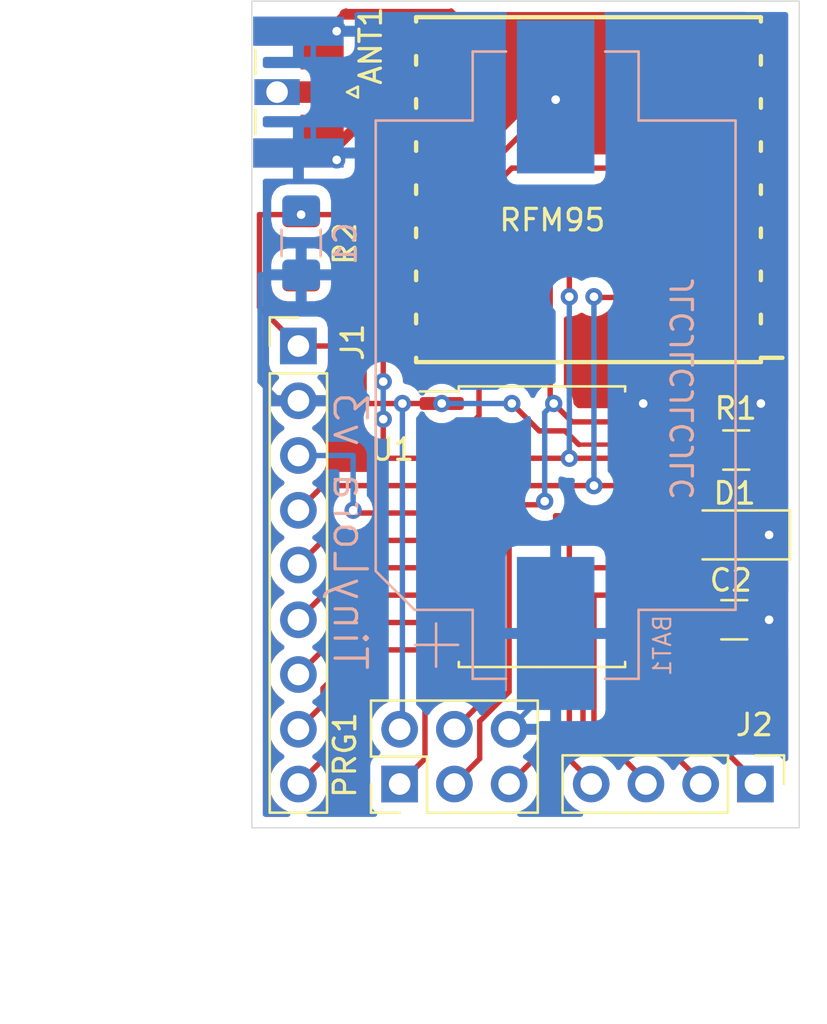
<source format=kicad_pcb>
(kicad_pcb (version 20200119) (host pcbnew "(5.99.0-1365-gd87daebb2)")

  (general
    (thickness 1.6)
    (drawings 6)
    (tracks 191)
    (modules 12)
    (nets 29)
  )

  (page "A4")
  (layers
    (0 "F.Cu" signal)
    (31 "B.Cu" signal)
    (32 "B.Adhes" user)
    (33 "F.Adhes" user)
    (34 "B.Paste" user)
    (35 "F.Paste" user)
    (36 "B.SilkS" user)
    (37 "F.SilkS" user)
    (38 "B.Mask" user)
    (39 "F.Mask" user)
    (40 "Dwgs.User" user)
    (41 "Cmts.User" user)
    (42 "Eco1.User" user)
    (43 "Eco2.User" user)
    (44 "Edge.Cuts" user)
    (45 "Margin" user)
    (46 "B.CrtYd" user)
    (47 "F.CrtYd" user)
    (48 "B.Fab" user)
    (49 "F.Fab" user)
  )

  (setup
    (last_trace_width 0.25)
    (trace_clearance 0.2)
    (zone_clearance 0.508)
    (zone_45_only no)
    (trace_min 0.2)
    (via_size 0.8)
    (via_drill 0.4)
    (via_min_size 0.4)
    (via_min_drill 0.3)
    (uvia_size 0.3)
    (uvia_drill 0.1)
    (uvias_allowed no)
    (uvia_min_size 0.2)
    (uvia_min_drill 0.1)
    (max_error 0.005)
    (defaults
      (edge_clearance 0.01)
      (edge_cuts_line_width 0.05)
      (courtyard_line_width 0.05)
      (copper_line_width 0.2)
      (copper_text_dims (size 1.5 1.5) (thickness 0.3))
      (silk_line_width 0.12)
      (silk_text_dims (size 1 1) (thickness 0.15))
      (other_layers_line_width 0.1)
      (other_layers_text_dims (size 1 1) (thickness 0.15))
      (dimension_units 0)
      (dimension_precision 1)
    )
    (pad_size 1 1)
    (pad_drill 0)
    (pad_to_mask_clearance 0.051)
    (solder_mask_min_width 0.25)
    (aux_axis_origin 0 0)
    (visible_elements FFFFF7FF)
    (pcbplotparams
      (layerselection 0x010fc_ffffffff)
      (usegerberextensions false)
      (usegerberattributes true)
      (usegerberadvancedattributes true)
      (creategerberjobfile true)
      (excludeedgelayer true)
      (linewidth 0.100000)
      (plotframeref false)
      (viasonmask false)
      (mode 1)
      (useauxorigin false)
      (hpglpennumber 1)
      (hpglpenspeed 20)
      (hpglpendiameter 15.000000)
      (psnegative false)
      (psa4output false)
      (plotreference true)
      (plotvalue true)
      (plotinvisibletext false)
      (padsonsilk false)
      (subtractmaskfromsilk false)
      (outputformat 1)
      (mirror false)
      (drillshape 1)
      (scaleselection 1)
      (outputdirectory "")
    )
  )

  (net 0 "")
  (net 1 "Net-(ANT1-Pad1)")
  (net 2 "+3V3")
  (net 3 "GND")
  (net 4 "Net-(D1-Pad2)")
  (net 5 "PB3")
  (net 6 "PB2")
  (net 7 "PB1")
  (net 8 "PB0")
  (net 9 "PA7")
  (net 10 "PA6")
  (net 11 "PC3")
  (net 12 "PC2")
  (net 13 "PC1")
  (net 14 "PC0")
  (net 15 "PB5")
  (net 16 "PB4")
  (net 17 "RST")
  (net 18 "MOSI")
  (net 19 "SCK")
  (net 20 "MISO")
  (net 21 "NSS")
  (net 22 "Net-(RFM95-Pad16)")
  (net 23 "Net-(RFM95-Pad15)")
  (net 24 "DIO0")
  (net 25 "Net-(RFM95-Pad12)")
  (net 26 "Net-(RFM95-Pad11)")
  (net 27 "Net-(RFM95-Pad7)")
  (net 28 "Net-(RFM95-Pad6)")

  (net_class "Default" "Dies ist die voreingestellte Netzklasse."
    (clearance 0.2)
    (trace_width 0.25)
    (via_dia 0.8)
    (via_drill 0.4)
    (uvia_dia 0.3)
    (uvia_drill 0.1)
    (add_net "+3V3")
    (add_net "DIO0")
    (add_net "GND")
    (add_net "MISO")
    (add_net "MOSI")
    (add_net "NSS")
    (add_net "Net-(ANT1-Pad1)")
    (add_net "Net-(D1-Pad2)")
    (add_net "Net-(RFM95-Pad11)")
    (add_net "Net-(RFM95-Pad12)")
    (add_net "Net-(RFM95-Pad15)")
    (add_net "Net-(RFM95-Pad16)")
    (add_net "Net-(RFM95-Pad6)")
    (add_net "Net-(RFM95-Pad7)")
    (add_net "PA6")
    (add_net "PA7")
    (add_net "PB0")
    (add_net "PB1")
    (add_net "PB2")
    (add_net "PB3")
    (add_net "PB4")
    (add_net "PB5")
    (add_net "PC0")
    (add_net "PC1")
    (add_net "PC2")
    (add_net "PC3")
    (add_net "RST")
    (add_net "SCK")
  )

  (module "RFM:RFM95" (layer "F.Cu") (tedit 5EA218BC) (tstamp 2adccd66-1386-43da-be78-c5d3f7237135)
    (at 112.268 46.228 180)
    (path "/00000000-0000-0000-0000-00005d664943")
    (fp_text reference "RFM95" (at 9.6774 5.588) (layer "F.SilkS")
      (effects (font (size 1 1) (thickness 0.15)))
    )
    (fp_text value "RFM95W-868S2" (at 13.5 -1.8) (layer "F.Fab")
      (effects (font (size 1 1) (thickness 0.15)))
    )
    (fp_line (start 0 15) (end 0 14.8) (layer "F.SilkS") (width 0.2))
    (fp_line (start 16 15) (end 0 15) (layer "F.SilkS") (width 0.2))
    (fp_line (start 16 14.8) (end 16 15) (layer "F.SilkS") (width 0.2))
    (fp_line (start 16 12.8) (end 16 13.2) (layer "F.SilkS") (width 0.2))
    (fp_line (start 16 10.8) (end 16 11.2) (layer "F.SilkS") (width 0.2))
    (fp_line (start 16 8.8) (end 16 9.2) (layer "F.SilkS") (width 0.2))
    (fp_line (start 16 6.8) (end 16 7.2) (layer "F.SilkS") (width 0.2))
    (fp_line (start 16 4.8) (end 16 5.2) (layer "F.SilkS") (width 0.2))
    (fp_line (start 16 2.8) (end 16 3.2) (layer "F.SilkS") (width 0.2))
    (fp_line (start 16 0.8) (end 16 1.2) (layer "F.SilkS") (width 0.2))
    (fp_line (start 16 -1) (end 16 -0.8) (layer "F.SilkS") (width 0.2))
    (fp_line (start 0 12.8) (end 0 13.2) (layer "F.SilkS") (width 0.2))
    (fp_line (start 0 -0.8) (end 0 -1) (layer "F.SilkS") (width 0.2))
    (fp_line (start -1 -0.8) (end 0 -0.8) (layer "F.SilkS") (width 0.2))
    (fp_line (start 0 1.2) (end 0 0.8) (layer "F.SilkS") (width 0.2))
    (fp_line (start 0 3.2) (end 0 2.8) (layer "F.SilkS") (width 0.2))
    (fp_line (start 0 4.8) (end 0 5.2) (layer "F.SilkS") (width 0.2))
    (fp_line (start 0 6.8) (end 0 7.2) (layer "F.SilkS") (width 0.2))
    (fp_line (start 0 8.8) (end 0 9.2) (layer "F.SilkS") (width 0.2))
    (fp_line (start 0 10.8) (end 0 11.2) (layer "F.SilkS") (width 0.2))
    (fp_line (start 0 -1) (end 16 -1) (layer "F.SilkS") (width 0.2))
    (pad "1" smd oval (at 0 0 180) (size 2 1) (layers "F.Cu" "F.Paste" "F.Mask")
      (net 3 "GND") (pinfunction "GND") (tstamp 65e2bfd6-f3cb-406c-b560-aa7a911ddba3))
    (pad "2" smd oval (at 0 2 180) (size 2 1) (layers "F.Cu" "F.Paste" "F.Mask")
      (net 18 "MOSI") (pinfunction "MISO") (tstamp 6eedbd07-f058-4160-9142-8c162d647398))
    (pad "3" smd oval (at 0 4 180) (size 2 1) (layers "F.Cu" "F.Paste" "F.Mask")
      (net 20 "MISO") (pinfunction "MOSI") (tstamp d7f45290-599b-4dc0-8428-143f20809cc2))
    (pad "4" smd oval (at 0 6 180) (size 2 1) (layers "F.Cu" "F.Paste" "F.Mask")
      (net 19 "SCK") (pinfunction "SCK") (tstamp a5c4034c-deab-4eae-8cd6-5b3bb340a77f))
    (pad "5" smd oval (at 0 8 180) (size 2 1) (layers "F.Cu" "F.Paste" "F.Mask")
      (net 21 "NSS") (pinfunction "NSS") (tstamp ba98c3a1-67ff-4a5c-873e-0b20d219a4bc))
    (pad "6" smd oval (at 0 10 180) (size 2 1) (layers "F.Cu" "F.Paste" "F.Mask")
      (net 28 "Net-(RFM95-Pad6)") (pinfunction "RESET") (tstamp 6429d5a8-a7e6-406c-9c82-48d51e0c081b))
    (pad "7" smd oval (at 0 12 180) (size 2 1) (layers "F.Cu" "F.Paste" "F.Mask")
      (net 27 "Net-(RFM95-Pad7)") (pinfunction "DIO5") (tstamp 3d3a44c9-fdd5-4c75-bcd0-bbda3649e380))
    (pad "8" smd oval (at 0 14 180) (size 2 1) (layers "F.Cu" "F.Paste" "F.Mask")
      (net 3 "GND") (pinfunction "GND") (tstamp 3903414d-d9a9-4d20-98fe-1842b04f5cd6))
    (pad "9" smd oval (at 16 14 180) (size 2 1) (layers "F.Cu" "F.Paste" "F.Mask")
      (net 1 "Net-(ANT1-Pad1)") (pinfunction "ANT") (tstamp 7a4891ab-d011-4db7-acf6-0d4c2ec3add9))
    (pad "10" smd oval (at 16 12 180) (size 2 1) (layers "F.Cu" "F.Paste" "F.Mask")
      (net 3 "GND") (pinfunction "GND") (tstamp 2a9b8410-bdc1-4be5-9ac0-5d90ab5a6ec9))
    (pad "11" smd oval (at 16 10 180) (size 2 1) (layers "F.Cu" "F.Paste" "F.Mask")
      (net 26 "Net-(RFM95-Pad11)") (pinfunction "DIO3") (tstamp 28f2b9c4-eda7-413d-bb79-cf3fb3278c9e))
    (pad "12" smd oval (at 16 8 180) (size 2 1) (layers "F.Cu" "F.Paste" "F.Mask")
      (net 25 "Net-(RFM95-Pad12)") (pinfunction "DIO4") (tstamp a1a9bb01-5e32-47e5-bad5-287f3ef4ce61))
    (pad "13" smd oval (at 16 6 180) (size 2 1) (layers "F.Cu" "F.Paste" "F.Mask")
      (net 2 "+3V3") (pinfunction "3.3V") (tstamp 70a0d090-1248-42ed-b216-137cfae4ffc5))
    (pad "14" smd oval (at 16 4 180) (size 2 1) (layers "F.Cu" "F.Paste" "F.Mask")
      (net 24 "DIO0") (pinfunction "DIO0") (tstamp 542f5dd5-22c3-4b8f-b44d-55c2f1e2d92e))
    (pad "15" smd oval (at 16 2 180) (size 2 1) (layers "F.Cu" "F.Paste" "F.Mask")
      (net 23 "Net-(RFM95-Pad15)") (pinfunction "DIO1") (tstamp be18873b-6099-461d-a0ed-99a6d61bd017))
    (pad "16" smd oval (at 16 0 180) (size 2 1) (layers "F.Cu" "F.Paste" "F.Mask")
      (net 22 "Net-(RFM95-Pad16)") (pinfunction "DIO2") (tstamp eb600661-5f15-40f7-954b-a662d14f6623))
    (model "${KIPRJMOD}/kicad_libs/RFM95/RFM95.wrl"
      (offset (xyz 16 -14.9 0))
      (scale (xyz 0.39 0.39 0.39))
      (rotate (xyz -90 0 180))
    )
  )

  (module "Connector_PinHeader_2.54mm:PinHeader_1x04_P2.54mm_Vertical" (layer "F.Cu") (tedit 59FED5CC) (tstamp 37ad0759-c2e2-4ffc-aec5-8feeae67c052)
    (at 112.014 66.802 -90)
    (descr "Through hole straight pin header, 1x04, 2.54mm pitch, single row")
    (tags "Through hole pin header THT 1x04 2.54mm single row")
    (path "/00000000-0000-0000-0000-00005ea220ba")
    (fp_text reference "J2" (at -2.7432 0.0508) (layer "F.SilkS")
      (effects (font (size 1 1) (thickness 0.15)))
    )
    (fp_text value "Conn_01x04_Male-Connector" (at 0 9.95 90) (layer "F.Fab")
      (effects (font (size 1 1) (thickness 0.15)))
    )
    (fp_line (start -0.635 -1.27) (end 1.27 -1.27) (layer "F.Fab") (width 0.1))
    (fp_line (start 1.27 -1.27) (end 1.27 8.89) (layer "F.Fab") (width 0.1))
    (fp_line (start 1.27 8.89) (end -1.27 8.89) (layer "F.Fab") (width 0.1))
    (fp_line (start -1.27 8.89) (end -1.27 -0.635) (layer "F.Fab") (width 0.1))
    (fp_line (start -1.27 -0.635) (end -0.635 -1.27) (layer "F.Fab") (width 0.1))
    (fp_line (start -1.33 8.95) (end 1.33 8.95) (layer "F.SilkS") (width 0.12))
    (fp_line (start -1.33 1.27) (end -1.33 8.95) (layer "F.SilkS") (width 0.12))
    (fp_line (start 1.33 1.27) (end 1.33 8.95) (layer "F.SilkS") (width 0.12))
    (fp_line (start -1.33 1.27) (end 1.33 1.27) (layer "F.SilkS") (width 0.12))
    (fp_line (start -1.33 0) (end -1.33 -1.33) (layer "F.SilkS") (width 0.12))
    (fp_line (start -1.33 -1.33) (end 0 -1.33) (layer "F.SilkS") (width 0.12))
    (fp_line (start -1.8 -1.8) (end -1.8 9.4) (layer "F.CrtYd") (width 0.05))
    (fp_line (start -1.8 9.4) (end 1.8 9.4) (layer "F.CrtYd") (width 0.05))
    (fp_line (start 1.8 9.4) (end 1.8 -1.8) (layer "F.CrtYd") (width 0.05))
    (fp_line (start 1.8 -1.8) (end -1.8 -1.8) (layer "F.CrtYd") (width 0.05))
    (fp_text user "${REFERENCE}" (at 0 3.81) (layer "F.Fab")
      (effects (font (size 1 1) (thickness 0.15)))
    )
    (pad "4" thru_hole oval (at 0 7.62 270) (size 1.7 1.7) (drill 1) (layers *.Cu *.Mask)
      (net 11 "PC3") (pinfunction "Pin_4") (tstamp 89ff0227-0c9f-42c7-bd83-524465156002))
    (pad "3" thru_hole oval (at 0 5.08 270) (size 1.7 1.7) (drill 1) (layers *.Cu *.Mask)
      (net 12 "PC2") (pinfunction "Pin_3") (tstamp 66222f5e-830a-4969-929c-a4cdae079bc0))
    (pad "2" thru_hole oval (at 0 2.54 270) (size 1.7 1.7) (drill 1) (layers *.Cu *.Mask)
      (net 13 "PC1") (pinfunction "Pin_2") (tstamp 653936a0-c995-49d5-aced-645334568dcb))
    (pad "1" thru_hole rect (at 0 0 270) (size 1.7 1.7) (drill 1) (layers *.Cu *.Mask)
      (net 14 "PC0") (pinfunction "Pin_1") (tstamp bd1ede22-93f4-444f-99cf-3e0fedf978fb))
    (model "${KISYS3DMOD}/Connector_PinHeader_2.54mm.3dshapes/PinHeader_1x04_P2.54mm_Vertical.wrl"
      (at (xyz 0 0 0))
      (scale (xyz 1 1 1))
      (rotate (xyz 0 0 0))
    )
  )

  (module "Connector_PinHeader_2.54mm:PinHeader_1x09_P2.54mm_Vertical" (layer "F.Cu") (tedit 59FED5CC) (tstamp 5878ef79-5a4c-4cbe-9249-c705b0487de0)
    (at 90.805 46.482)
    (descr "Through hole straight pin header, 1x09, 2.54mm pitch, single row")
    (tags "Through hole pin header THT 1x09 2.54mm single row")
    (path "/00000000-0000-0000-0000-00005ea21977")
    (fp_text reference "J1" (at 2.5146 -0.1778 -90) (layer "F.SilkS")
      (effects (font (size 1 1) (thickness 0.15)))
    )
    (fp_text value "Conn_01x09_Male-Connector" (at 0 22.65) (layer "F.Fab")
      (effects (font (size 1 1) (thickness 0.15)))
    )
    (fp_line (start -0.635 -1.27) (end 1.27 -1.27) (layer "F.Fab") (width 0.1))
    (fp_line (start 1.27 -1.27) (end 1.27 21.59) (layer "F.Fab") (width 0.1))
    (fp_line (start 1.27 21.59) (end -1.27 21.59) (layer "F.Fab") (width 0.1))
    (fp_line (start -1.27 21.59) (end -1.27 -0.635) (layer "F.Fab") (width 0.1))
    (fp_line (start -1.27 -0.635) (end -0.635 -1.27) (layer "F.Fab") (width 0.1))
    (fp_line (start -1.33 21.65) (end 1.33 21.65) (layer "F.SilkS") (width 0.12))
    (fp_line (start -1.33 1.27) (end -1.33 21.65) (layer "F.SilkS") (width 0.12))
    (fp_line (start 1.33 1.27) (end 1.33 21.65) (layer "F.SilkS") (width 0.12))
    (fp_line (start -1.33 1.27) (end 1.33 1.27) (layer "F.SilkS") (width 0.12))
    (fp_line (start -1.33 0) (end -1.33 -1.33) (layer "F.SilkS") (width 0.12))
    (fp_line (start -1.33 -1.33) (end 0 -1.33) (layer "F.SilkS") (width 0.12))
    (fp_line (start -1.8 -1.8) (end -1.8 22.1) (layer "F.CrtYd") (width 0.05))
    (fp_line (start -1.8 22.1) (end 1.8 22.1) (layer "F.CrtYd") (width 0.05))
    (fp_line (start 1.8 22.1) (end 1.8 -1.8) (layer "F.CrtYd") (width 0.05))
    (fp_line (start 1.8 -1.8) (end -1.8 -1.8) (layer "F.CrtYd") (width 0.05))
    (fp_text user "${REFERENCE}" (at 0 10.16 90) (layer "F.Fab")
      (effects (font (size 1 1) (thickness 0.15)))
    )
    (pad "9" thru_hole oval (at 0 20.32) (size 1.7 1.7) (drill 1) (layers *.Cu *.Mask)
      (net 7 "PB1") (pinfunction "Pin_9") (tstamp b4c28213-d1c0-42b5-94bd-b3bc91907440))
    (pad "8" thru_hole oval (at 0 17.78) (size 1.7 1.7) (drill 1) (layers *.Cu *.Mask)
      (net 6 "PB2") (pinfunction "Pin_8") (tstamp a5caaaef-9ade-46a1-a892-68f99bcbe232))
    (pad "7" thru_hole oval (at 0 15.24) (size 1.7 1.7) (drill 1) (layers *.Cu *.Mask)
      (net 5 "PB3") (pinfunction "Pin_7") (tstamp 95d2e8c1-559c-4759-ad14-1c59aa9f215b))
    (pad "6" thru_hole oval (at 0 12.7) (size 1.7 1.7) (drill 1) (layers *.Cu *.Mask)
      (net 16 "PB4") (pinfunction "Pin_6") (tstamp 3f0a1dfe-3050-48d4-ae46-37f190192343))
    (pad "5" thru_hole oval (at 0 10.16) (size 1.7 1.7) (drill 1) (layers *.Cu *.Mask)
      (net 15 "PB5") (pinfunction "Pin_5") (tstamp aee3c6e2-bfca-46ea-8da8-9c1e71bb3311))
    (pad "4" thru_hole oval (at 0 7.62) (size 1.7 1.7) (drill 1) (layers *.Cu *.Mask)
      (net 10 "PA6") (pinfunction "Pin_4") (tstamp 6a5004d7-81cd-4720-b65c-7be92b292e26))
    (pad "3" thru_hole oval (at 0 5.08) (size 1.7 1.7) (drill 1) (layers *.Cu *.Mask)
      (net 9 "PA7") (pinfunction "Pin_3") (tstamp ae29c590-e8a4-4e84-984d-06463f54362e))
    (pad "2" thru_hole oval (at 0 2.54) (size 1.7 1.7) (drill 1) (layers *.Cu *.Mask)
      (net 3 "GND") (pinfunction "Pin_2") (tstamp c9cabc93-0b14-4e56-b132-f468fb794110))
    (pad "1" thru_hole rect (at 0 0) (size 1.7 1.7) (drill 1) (layers *.Cu *.Mask)
      (net 2 "+3V3") (pinfunction "Pin_1") (tstamp dccea89e-021e-4eeb-a7fe-f3f798cad961))
    (model "${KISYS3DMOD}/Connector_PinHeader_2.54mm.3dshapes/PinHeader_1x09_P2.54mm_Vertical.wrl"
      (at (xyz 0 0 0))
      (scale (xyz 1 1 1))
      (rotate (xyz 0 0 0))
    )
  )

  (module "battery_holder:BatteryHolder_Keystone_1060_1x2032_Long_Pad" (layer "B.Cu") (tedit 5E2D666C) (tstamp 9d7153da-edd0-4d40-a819-05ccb6e910e8)
    (at 102.743 47.371 90)
    (descr "http://www.keyelco.com/product-pdf.cfm?p=726")
    (tags "CR2032 BR2032 BatteryHolder Battery")
    (path "/00000000-0000-0000-0000-00005d6f40ee")
    (attr smd)
    (fp_text reference "BAT1" (at -13.0048 4.953 -90) (layer "B.SilkS")
      (effects (font (size 0.8 0.8) (thickness 0.1)) (justify mirror))
    )
    (fp_text value "Battery_Cell" (at 0 11.75 90) (layer "B.Fab")
      (effects (font (size 1 1) (thickness 0.15)) (justify mirror))
    )
    (fp_circle (center 0 0) (end -10.2 0) (layer "Dwgs.User") (width 0.3))
    (fp_line (start 11 -8) (end -9.4 -8) (layer "B.Fab") (width 0.1))
    (fp_line (start 11 8) (end -11 8) (layer "B.Fab") (width 0.1))
    (fp_line (start 11 -8) (end 11 -3.5) (layer "B.Fab") (width 0.1))
    (fp_line (start 11 8) (end 11 3.5) (layer "B.Fab") (width 0.1))
    (fp_line (start -11 8) (end -11 3.5) (layer "B.Fab") (width 0.1))
    (fp_line (start -11 -6.4) (end -11 -3.5) (layer "B.Fab") (width 0.1))
    (fp_line (start -11 -3.5) (end -14.2 -3.5) (layer "B.Fab") (width 0.1))
    (fp_line (start -14.2 -3.5) (end -14.2 3.5) (layer "B.Fab") (width 0.1))
    (fp_line (start -14.2 3.5) (end -11 3.5) (layer "B.Fab") (width 0.1))
    (fp_line (start 11 -3.5) (end 14.2 -3.5) (layer "B.Fab") (width 0.1))
    (fp_line (start 14.2 -3.5) (end 14.2 3.5) (layer "B.Fab") (width 0.1))
    (fp_line (start 14.2 3.5) (end 11 3.5) (layer "B.Fab") (width 0.1))
    (fp_line (start -9.4 -8) (end -11 -6.4) (layer "B.Fab") (width 0.1))
    (fp_line (start 11.35 -3.85) (end 14.55 -3.85) (layer "B.SilkS") (width 0.12))
    (fp_line (start 14.55 -3.85) (end 14.55 -2.3) (layer "B.SilkS") (width 0.12))
    (fp_line (start 11.35 -8.35) (end 11.35 -3.85) (layer "B.SilkS") (width 0.12))
    (fp_line (start 11.35 -8.35) (end -9.55 -8.35) (layer "B.SilkS") (width 0.12))
    (fp_line (start -11.35 -6.55) (end -11.35 -3.85) (layer "B.SilkS") (width 0.12))
    (fp_line (start -9.55 -8.35) (end -11.35 -6.55) (layer "B.SilkS") (width 0.12))
    (fp_line (start -11.35 -3.85) (end -14.55 -3.85) (layer "B.SilkS") (width 0.12))
    (fp_line (start -14.55 -3.85) (end -14.55 -2.3) (layer "B.SilkS") (width 0.12))
    (fp_line (start -11.35 3.85) (end -14.55 3.85) (layer "B.SilkS") (width 0.12))
    (fp_line (start -14.55 3.85) (end -14.55 2.3) (layer "B.SilkS") (width 0.12))
    (fp_line (start 11.35 3.85) (end 14.55 3.85) (layer "B.SilkS") (width 0.12))
    (fp_line (start 14.55 3.85) (end 14.55 2.3) (layer "B.SilkS") (width 0.12))
    (fp_line (start -11.35 8.35) (end 11.35 8.35) (layer "B.SilkS") (width 0.12))
    (fp_line (start -11.35 8.35) (end -11.35 3.85) (layer "B.SilkS") (width 0.12))
    (fp_line (start 11.35 8.35) (end 11.35 3.85) (layer "B.SilkS") (width 0.12))
    (fp_arc (start 0 0) (end -6.5 -8.5) (angle 74.81070976) (layer "B.CrtYd") (width 0.05))
    (fp_line (start 11.5 -8.5) (end 6.5 -8.5) (layer "B.CrtYd") (width 0.05))
    (fp_line (start -6.5 -8.5) (end -11.5 -8.5) (layer "B.CrtYd") (width 0.05))
    (fp_line (start -11.5 -4) (end -11.5 -8.5) (layer "B.CrtYd") (width 0.05))
    (fp_line (start -14.7 -4) (end -11.5 -4) (layer "B.CrtYd") (width 0.05))
    (fp_line (start -14.7 -4) (end -14.7 -2.3) (layer "B.CrtYd") (width 0.05))
    (fp_line (start -14.7 -2.3) (end -16.45 -2.3) (layer "B.CrtYd") (width 0.05))
    (fp_line (start -16.45 -2.3) (end -16.45 2.3) (layer "B.CrtYd") (width 0.05))
    (fp_line (start -14.7 2.3) (end -16.45 2.3) (layer "B.CrtYd") (width 0.05))
    (fp_line (start -14.7 2.3) (end -14.7 4) (layer "B.CrtYd") (width 0.05))
    (fp_line (start -14.7 4) (end -11.5 4) (layer "B.CrtYd") (width 0.05))
    (fp_line (start -11.5 4) (end -11.5 8.5) (layer "B.CrtYd") (width 0.05))
    (fp_line (start -11.5 8.5) (end -6.5 8.5) (layer "B.CrtYd") (width 0.05))
    (fp_line (start 11.5 8.5) (end 11.5 4) (layer "B.CrtYd") (width 0.05))
    (fp_line (start 11.5 4) (end 14.7 4) (layer "B.CrtYd") (width 0.05))
    (fp_line (start 14.7 4) (end 14.7 2.3) (layer "B.CrtYd") (width 0.05))
    (fp_line (start 14.7 2.3) (end 16.45 2.3) (layer "B.CrtYd") (width 0.05))
    (fp_line (start 16.45 2.3) (end 16.45 -2.3) (layer "B.CrtYd") (width 0.05))
    (fp_line (start 16.45 -2.3) (end 14.7 -2.3) (layer "B.CrtYd") (width 0.05))
    (fp_line (start 14.7 -2.3) (end 14.7 -4) (layer "B.CrtYd") (width 0.05))
    (fp_line (start 14.7 -4) (end 11.5 -4) (layer "B.CrtYd") (width 0.05))
    (fp_line (start 11.5 -4) (end 11.5 -8.5) (layer "B.CrtYd") (width 0.05))
    (fp_arc (start 0 0) (end 6.5 8.5) (angle 74.81070976) (layer "B.CrtYd") (width 0.05))
    (fp_line (start 11.5 8.5) (end 6.5 8.5) (layer "B.CrtYd") (width 0.05))
    (fp_text user "BAT" (at 0 0 90) (layer "B.Fab") hide
      (effects (font (size 1 1) (thickness 0.15)) (justify mirror))
    )
    (fp_line (start -12.97432 -4.5278) (end -12.97432 -6.5278) (layer "B.SilkS") (width 0.12))
    (fp_line (start -11.98524 -5.54736) (end -13.98524 -5.54736) (layer "B.SilkS") (width 0.12))
    (pad "1" smd rect (at -12.446 0 270) (size 7.1 3.6) (layers "B.Cu" "B.Paste" "B.Mask")
      (net 2 "+3V3") (pinfunction "+") (tstamp e7c3ab3c-85dd-483d-b130-8e19e151a99a))
    (pad "2" smd rect (at 12.446 0 270) (size 7.1 3.6) (layers "B.Cu" "B.Paste" "B.Mask")
      (net 3 "GND") (pinfunction "-") (tstamp 3203a800-62c3-4671-b80a-35daffda43f0))
    (model "${KISYS3DMOD}/Battery.3dshapes/BatteryHolder_Keystone_1060_1x2032.wrl"
      (at (xyz 0 0 0))
      (scale (xyz 1 1 1))
      (rotate (xyz 0 0 0))
    )
  )

  (module "Capacitor_SMD:C_1206_3216Metric_Pad1.42x1.75mm_HandSolder" (layer "F.Cu") (tedit 5B301BBE) (tstamp 0716afc0-235f-419f-8fc4-a2daae6fd421)
    (at 111.0345 59.182)
    (descr "Capacitor SMD 1206 (3216 Metric), square (rectangular) end terminal, IPC_7351 nominal with elongated pad for handsoldering. (Body size source: http://www.tortai-tech.com/upload/download/2011102023233369053.pdf), generated with kicad-footprint-generator")
    (tags "capacitor handsolder")
    (path "/00000000-0000-0000-0000-00005d694e97")
    (attr smd)
    (fp_text reference "C2" (at -0.1635 -1.8288) (layer "F.SilkS")
      (effects (font (size 1 1) (thickness 0.15)))
    )
    (fp_text value "100n" (at 0 1.82) (layer "F.Fab")
      (effects (font (size 1 1) (thickness 0.15)))
    )
    (fp_line (start -1.6 0.8) (end -1.6 -0.8) (layer "F.Fab") (width 0.1))
    (fp_line (start -1.6 -0.8) (end 1.6 -0.8) (layer "F.Fab") (width 0.1))
    (fp_line (start 1.6 -0.8) (end 1.6 0.8) (layer "F.Fab") (width 0.1))
    (fp_line (start 1.6 0.8) (end -1.6 0.8) (layer "F.Fab") (width 0.1))
    (fp_line (start -0.602064 -0.91) (end 0.602064 -0.91) (layer "F.SilkS") (width 0.12))
    (fp_line (start -0.602064 0.91) (end 0.602064 0.91) (layer "F.SilkS") (width 0.12))
    (fp_line (start -2.45 1.12) (end -2.45 -1.12) (layer "F.CrtYd") (width 0.05))
    (fp_line (start -2.45 -1.12) (end 2.45 -1.12) (layer "F.CrtYd") (width 0.05))
    (fp_line (start 2.45 -1.12) (end 2.45 1.12) (layer "F.CrtYd") (width 0.05))
    (fp_line (start 2.45 1.12) (end -2.45 1.12) (layer "F.CrtYd") (width 0.05))
    (fp_text user "${REFERENCE}" (at 0 0) (layer "F.Fab")
      (effects (font (size 0.8 0.8) (thickness 0.12)))
    )
    (pad "2" smd roundrect (at 1.4875 0) (size 1.425 1.75) (layers "F.Cu" "F.Paste" "F.Mask") (roundrect_rratio 0.175439)
      (net 3 "GND") (tstamp 146fca88-a09d-4cac-ad09-6f2f3b16f70f))
    (pad "1" smd roundrect (at -1.4875 0) (size 1.425 1.75) (layers "F.Cu" "F.Paste" "F.Mask") (roundrect_rratio 0.175439)
      (net 2 "+3V3") (tstamp 42efd1c3-a828-43b0-a0ca-b9f648d481e1))
    (model "${KISYS3DMOD}/Capacitor_SMD.3dshapes/C_1206_3216Metric.wrl"
      (at (xyz 0 0 0))
      (scale (xyz 1 1 1))
      (rotate (xyz 0 0 0))
    )
  )

  (module "Package_SO:SOIC-20W_7.5x12.8mm_P1.27mm" (layer "F.Cu") (tedit 5D9F72B1) (tstamp 4d88a77c-1cbb-46f9-8c4c-d506b7453540)
    (at 102.108 54.864)
    (descr "SOIC, 20 Pin (JEDEC MS-013AC, https://www.analog.com/media/en/package-pcb-resources/package/233848rw_20.pdf), generated with kicad-footprint-generator ipc_gullwing_generator.py")
    (tags "SOIC SO")
    (path "/00000000-0000-0000-0000-00005e9fca2b")
    (attr smd)
    (fp_text reference "U1" (at -6.9342 -3.5814) (layer "F.SilkS")
      (effects (font (size 1 1) (thickness 0.15)))
    )
    (fp_text value "ATtiny3216-S" (at 0 7.35) (layer "F.Fab")
      (effects (font (size 1 1) (thickness 0.15)))
    )
    (fp_line (start 0 6.51) (end 3.86 6.51) (layer "F.SilkS") (width 0.12))
    (fp_line (start 3.86 6.51) (end 3.86 6.275) (layer "F.SilkS") (width 0.12))
    (fp_line (start 0 6.51) (end -3.86 6.51) (layer "F.SilkS") (width 0.12))
    (fp_line (start -3.86 6.51) (end -3.86 6.275) (layer "F.SilkS") (width 0.12))
    (fp_line (start 0 -6.51) (end 3.86 -6.51) (layer "F.SilkS") (width 0.12))
    (fp_line (start 3.86 -6.51) (end 3.86 -6.275) (layer "F.SilkS") (width 0.12))
    (fp_line (start 0 -6.51) (end -3.86 -6.51) (layer "F.SilkS") (width 0.12))
    (fp_line (start -3.86 -6.51) (end -3.86 -6.275) (layer "F.SilkS") (width 0.12))
    (fp_line (start -3.86 -6.275) (end -5.675 -6.275) (layer "F.SilkS") (width 0.12))
    (fp_line (start -2.75 -6.4) (end 3.75 -6.4) (layer "F.Fab") (width 0.1))
    (fp_line (start 3.75 -6.4) (end 3.75 6.4) (layer "F.Fab") (width 0.1))
    (fp_line (start 3.75 6.4) (end -3.75 6.4) (layer "F.Fab") (width 0.1))
    (fp_line (start -3.75 6.4) (end -3.75 -5.4) (layer "F.Fab") (width 0.1))
    (fp_line (start -3.75 -5.4) (end -2.75 -6.4) (layer "F.Fab") (width 0.1))
    (fp_line (start -5.93 -6.65) (end -5.93 6.65) (layer "F.CrtYd") (width 0.05))
    (fp_line (start -5.93 6.65) (end 5.93 6.65) (layer "F.CrtYd") (width 0.05))
    (fp_line (start 5.93 6.65) (end 5.93 -6.65) (layer "F.CrtYd") (width 0.05))
    (fp_line (start 5.93 -6.65) (end -5.93 -6.65) (layer "F.CrtYd") (width 0.05))
    (fp_text user "${REFERENCE}" (at 0 0) (layer "F.Fab")
      (effects (font (size 1 1) (thickness 0.15)))
    )
    (pad "20" smd roundrect (at 4.65 -5.715) (size 2.05 0.6) (layers "F.Cu" "F.Paste" "F.Mask") (roundrect_rratio 0.25)
      (net 3 "GND") (pinfunction "GND") (tstamp 31abd79c-ea39-4bb3-b4aa-7cd358fb4841))
    (pad "19" smd roundrect (at 4.65 -4.445) (size 2.05 0.6) (layers "F.Cu" "F.Paste" "F.Mask") (roundrect_rratio 0.25)
      (net 19 "SCK") (pinfunction "PA3") (tstamp 1a0f0c57-2ba9-42cb-92f5-439d574f529c))
    (pad "18" smd roundrect (at 4.65 -3.175) (size 2.05 0.6) (layers "F.Cu" "F.Paste" "F.Mask") (roundrect_rratio 0.25)
      (net 20 "MISO") (pinfunction "PA2") (tstamp 40ee2889-6f8c-4dbd-a188-41333afa61ef))
    (pad "17" smd roundrect (at 4.65 -1.905) (size 2.05 0.6) (layers "F.Cu" "F.Paste" "F.Mask") (roundrect_rratio 0.25)
      (net 18 "MOSI") (pinfunction "PA1") (tstamp d0c2aa0b-d7b5-47a1-b677-f56b2d241d3c))
    (pad "16" smd roundrect (at 4.65 -0.635) (size 2.05 0.6) (layers "F.Cu" "F.Paste" "F.Mask") (roundrect_rratio 0.25)
      (net 17 "RST") (pinfunction "~RESET~/PA0") (tstamp d301939f-9104-4e63-b03d-bd0e16da1ba3))
    (pad "15" smd roundrect (at 4.65 0.635) (size 2.05 0.6) (layers "F.Cu" "F.Paste" "F.Mask") (roundrect_rratio 0.25)
      (net 11 "PC3") (pinfunction "PC3") (tstamp 2056fb02-4380-4a43-88bb-42b97ca53f44))
    (pad "14" smd roundrect (at 4.65 1.905) (size 2.05 0.6) (layers "F.Cu" "F.Paste" "F.Mask") (roundrect_rratio 0.25)
      (net 12 "PC2") (pinfunction "PC2") (tstamp a05f0d30-3657-4b82-8b0e-be235a25e8bd))
    (pad "13" smd roundrect (at 4.65 3.175) (size 2.05 0.6) (layers "F.Cu" "F.Paste" "F.Mask") (roundrect_rratio 0.25)
      (net 13 "PC1") (pinfunction "PC1") (tstamp c3e5069c-aac3-41b4-8846-779081e4e931))
    (pad "12" smd roundrect (at 4.65 4.445) (size 2.05 0.6) (layers "F.Cu" "F.Paste" "F.Mask") (roundrect_rratio 0.25)
      (net 14 "PC0") (pinfunction "PC0") (tstamp d8088b8b-1e1a-47c2-9e31-5d4688f65193))
    (pad "11" smd roundrect (at 4.65 5.715) (size 2.05 0.6) (layers "F.Cu" "F.Paste" "F.Mask") (roundrect_rratio 0.25)
      (net 8 "PB0") (pinfunction "PB0") (tstamp 1d27cb18-6e2c-4cfd-bc9b-a1572fa81cec))
    (pad "10" smd roundrect (at -4.65 5.715) (size 2.05 0.6) (layers "F.Cu" "F.Paste" "F.Mask") (roundrect_rratio 0.25)
      (net 7 "PB1") (pinfunction "PB1") (tstamp 819ae954-ffc7-43d0-bceb-0834b27245d2))
    (pad "9" smd roundrect (at -4.65 4.445) (size 2.05 0.6) (layers "F.Cu" "F.Paste" "F.Mask") (roundrect_rratio 0.25)
      (net 6 "PB2") (pinfunction "PB2") (tstamp 7938d542-b6b2-4645-bba4-dee323062f04))
    (pad "8" smd roundrect (at -4.65 3.175) (size 2.05 0.6) (layers "F.Cu" "F.Paste" "F.Mask") (roundrect_rratio 0.25)
      (net 5 "PB3") (pinfunction "PB3") (tstamp ad1b9a94-5f8c-4af4-b99f-8f5e401af453))
    (pad "7" smd roundrect (at -4.65 1.905) (size 2.05 0.6) (layers "F.Cu" "F.Paste" "F.Mask") (roundrect_rratio 0.25)
      (net 16 "PB4") (pinfunction "PB4") (tstamp a5851300-a827-4338-a7d3-22798b00677a))
    (pad "6" smd roundrect (at -4.65 0.635) (size 2.05 0.6) (layers "F.Cu" "F.Paste" "F.Mask") (roundrect_rratio 0.25)
      (net 15 "PB5") (pinfunction "PB5") (tstamp 2e428118-f79a-4841-9cc9-dbdd4f26ff7c))
    (pad "5" smd roundrect (at -4.65 -0.635) (size 2.05 0.6) (layers "F.Cu" "F.Paste" "F.Mask") (roundrect_rratio 0.25)
      (net 9 "PA7") (pinfunction "PA7") (tstamp cd035f4e-a594-4061-b014-a7e56598c9be))
    (pad "4" smd roundrect (at -4.65 -1.905) (size 2.05 0.6) (layers "F.Cu" "F.Paste" "F.Mask") (roundrect_rratio 0.25)
      (net 10 "PA6") (pinfunction "PA6") (tstamp 577b96d8-83c9-496a-807f-8d306051fd6c))
    (pad "3" smd roundrect (at -4.65 -3.175) (size 2.05 0.6) (layers "F.Cu" "F.Paste" "F.Mask") (roundrect_rratio 0.25)
      (net 21 "NSS") (pinfunction "PA5") (tstamp ff616263-7177-4318-81b5-355d7fcd3478))
    (pad "2" smd roundrect (at -4.65 -4.445) (size 2.05 0.6) (layers "F.Cu" "F.Paste" "F.Mask") (roundrect_rratio 0.25)
      (net 24 "DIO0") (pinfunction "PA4") (tstamp faf51692-d163-468a-9436-3c7695d3e902))
    (pad "1" smd roundrect (at -4.65 -5.715) (size 2.05 0.6) (layers "F.Cu" "F.Paste" "F.Mask") (roundrect_rratio 0.25)
      (net 2 "+3V3") (pinfunction "VCC") (tstamp 15b0553d-0370-4891-a835-0077f0ea3cdf))
    (model "${KISYS3DMOD}/Package_SO.3dshapes/SOIC-20W_7.5x12.8mm_P1.27mm.wrl"
      (at (xyz 0 0 0))
      (scale (xyz 1 1 1))
      (rotate (xyz 0 0 0))
    )
  )

  (module "Resistor_SMD:R_1206_3216Metric_Pad1.42x1.75mm_HandSolder" (layer "F.Cu") (tedit 5B301BBD) (tstamp f3631681-075a-44c2-849d-f7e9b08a97cd)
    (at 90.932 41.7465 90)
    (descr "Resistor SMD 1206 (3216 Metric), square (rectangular) end terminal, IPC_7351 nominal with elongated pad for handsoldering. (Body size source: http://www.tortai-tech.com/upload/download/2011102023233369053.pdf), generated with kicad-footprint-generator")
    (tags "resistor handsolder")
    (path "/00000000-0000-0000-0000-00005e0cabaf")
    (attr smd)
    (fp_text reference "R2" (at 0.0143 2.032 -90) (layer "F.SilkS")
      (effects (font (size 1 1) (thickness 0.15)))
    )
    (fp_text value "47K" (at 0 1.82 90) (layer "F.Fab")
      (effects (font (size 1 1) (thickness 0.15)))
    )
    (fp_line (start -1.6 0.8) (end -1.6 -0.8) (layer "F.Fab") (width 0.1))
    (fp_line (start -1.6 -0.8) (end 1.6 -0.8) (layer "F.Fab") (width 0.1))
    (fp_line (start 1.6 -0.8) (end 1.6 0.8) (layer "F.Fab") (width 0.1))
    (fp_line (start 1.6 0.8) (end -1.6 0.8) (layer "F.Fab") (width 0.1))
    (fp_line (start -0.602064 -0.91) (end 0.602064 -0.91) (layer "F.SilkS") (width 0.12))
    (fp_line (start -0.602064 0.91) (end 0.602064 0.91) (layer "F.SilkS") (width 0.12))
    (fp_line (start -2.45 1.12) (end -2.45 -1.12) (layer "F.CrtYd") (width 0.05))
    (fp_line (start -2.45 -1.12) (end 2.45 -1.12) (layer "F.CrtYd") (width 0.05))
    (fp_line (start 2.45 -1.12) (end 2.45 1.12) (layer "F.CrtYd") (width 0.05))
    (fp_line (start 2.45 1.12) (end -2.45 1.12) (layer "F.CrtYd") (width 0.05))
    (fp_text user "${REFERENCE}" (at 0 0 90) (layer "F.Fab")
      (effects (font (size 0.8 0.8) (thickness 0.12)))
    )
    (pad "2" smd roundrect (at 1.4875 0 90) (size 1.425 1.75) (layers "F.Cu" "F.Paste" "F.Mask") (roundrect_rratio 0.175439)
      (net 2 "+3V3") (tstamp d9f1d92c-1ace-428c-a01a-f097d33edcea))
    (pad "1" smd roundrect (at -1.4875 0 90) (size 1.425 1.75) (layers "F.Cu" "F.Paste" "F.Mask") (roundrect_rratio 0.175439)
      (net 21 "NSS") (tstamp 39a1438d-ba4d-4339-8f8b-fccf20719718))
    (model "${KISYS3DMOD}/Resistor_SMD.3dshapes/R_1206_3216Metric.wrl"
      (at (xyz 0 0 0))
      (scale (xyz 1 1 1))
      (rotate (xyz 0 0 0))
    )
  )

  (module "Resistor_SMD:R_1206_3216Metric_Pad1.42x1.75mm_HandSolder" (layer "F.Cu") (tedit 5B301BBD) (tstamp e7080450-da85-4ee7-a2fa-3f1686a9ad02)
    (at 111.125 51.308)
    (descr "Resistor SMD 1206 (3216 Metric), square (rectangular) end terminal, IPC_7351 nominal with elongated pad for handsoldering. (Body size source: http://www.tortai-tech.com/upload/download/2011102023233369053.pdf), generated with kicad-footprint-generator")
    (tags "resistor handsolder")
    (path "/00000000-0000-0000-0000-00005d6827f4")
    (attr smd)
    (fp_text reference "R1" (at -0.0254 -1.9304) (layer "F.SilkS")
      (effects (font (size 1 1) (thickness 0.15)))
    )
    (fp_text value "100" (at 0 1.82) (layer "F.Fab")
      (effects (font (size 1 1) (thickness 0.15)))
    )
    (fp_line (start -1.6 0.8) (end -1.6 -0.8) (layer "F.Fab") (width 0.1))
    (fp_line (start -1.6 -0.8) (end 1.6 -0.8) (layer "F.Fab") (width 0.1))
    (fp_line (start 1.6 -0.8) (end 1.6 0.8) (layer "F.Fab") (width 0.1))
    (fp_line (start 1.6 0.8) (end -1.6 0.8) (layer "F.Fab") (width 0.1))
    (fp_line (start -0.602064 -0.91) (end 0.602064 -0.91) (layer "F.SilkS") (width 0.12))
    (fp_line (start -0.602064 0.91) (end 0.602064 0.91) (layer "F.SilkS") (width 0.12))
    (fp_line (start -2.45 1.12) (end -2.45 -1.12) (layer "F.CrtYd") (width 0.05))
    (fp_line (start -2.45 -1.12) (end 2.45 -1.12) (layer "F.CrtYd") (width 0.05))
    (fp_line (start 2.45 -1.12) (end 2.45 1.12) (layer "F.CrtYd") (width 0.05))
    (fp_line (start 2.45 1.12) (end -2.45 1.12) (layer "F.CrtYd") (width 0.05))
    (fp_text user "${REFERENCE}" (at 0 0) (layer "F.Fab")
      (effects (font (size 0.8 0.8) (thickness 0.12)))
    )
    (pad "2" smd roundrect (at 1.4875 0) (size 1.425 1.75) (layers "F.Cu" "F.Paste" "F.Mask") (roundrect_rratio 0.175439)
      (net 8 "PB0") (tstamp d9f1d92c-1ace-428c-a01a-f097d33edcea))
    (pad "1" smd roundrect (at -1.4875 0) (size 1.425 1.75) (layers "F.Cu" "F.Paste" "F.Mask") (roundrect_rratio 0.175439)
      (net 4 "Net-(D1-Pad2)") (tstamp 39a1438d-ba4d-4339-8f8b-fccf20719718))
    (model "${KISYS3DMOD}/Resistor_SMD.3dshapes/R_1206_3216Metric.wrl"
      (at (xyz 0 0 0))
      (scale (xyz 1 1 1))
      (rotate (xyz 0 0 0))
    )
  )

  (module "Connector_PinHeader_2.54mm:PinHeader_2x03_P2.54mm_Vertical" (layer "F.Cu") (tedit 59FED5CC) (tstamp b2052976-0e55-4c0e-818f-7fd3fdccfb5f)
    (at 95.504 66.802 90)
    (descr "Through hole straight pin header, 2x03, 2.54mm pitch, double rows")
    (tags "Through hole pin header THT 2x03 2.54mm double row")
    (path "/00000000-0000-0000-0000-00005d69c5bf")
    (fp_text reference "PRG1" (at 1.3462 -2.54 -90) (layer "F.SilkS")
      (effects (font (size 1 1) (thickness 0.15)))
    )
    (fp_text value "PRG" (at 1.27 7.41 90) (layer "F.Fab")
      (effects (font (size 1 1) (thickness 0.15)))
    )
    (fp_line (start 0 -1.27) (end 3.81 -1.27) (layer "F.Fab") (width 0.1))
    (fp_line (start 3.81 -1.27) (end 3.81 6.35) (layer "F.Fab") (width 0.1))
    (fp_line (start 3.81 6.35) (end -1.27 6.35) (layer "F.Fab") (width 0.1))
    (fp_line (start -1.27 6.35) (end -1.27 0) (layer "F.Fab") (width 0.1))
    (fp_line (start -1.27 0) (end 0 -1.27) (layer "F.Fab") (width 0.1))
    (fp_line (start -1.33 6.41) (end 3.87 6.41) (layer "F.SilkS") (width 0.12))
    (fp_line (start -1.33 1.27) (end -1.33 6.41) (layer "F.SilkS") (width 0.12))
    (fp_line (start 3.87 -1.33) (end 3.87 6.41) (layer "F.SilkS") (width 0.12))
    (fp_line (start -1.33 1.27) (end 1.27 1.27) (layer "F.SilkS") (width 0.12))
    (fp_line (start 1.27 1.27) (end 1.27 -1.33) (layer "F.SilkS") (width 0.12))
    (fp_line (start 1.27 -1.33) (end 3.87 -1.33) (layer "F.SilkS") (width 0.12))
    (fp_line (start -1.33 0) (end -1.33 -1.33) (layer "F.SilkS") (width 0.12))
    (fp_line (start -1.33 -1.33) (end 0 -1.33) (layer "F.SilkS") (width 0.12))
    (fp_line (start -1.8 -1.8) (end -1.8 6.85) (layer "F.CrtYd") (width 0.05))
    (fp_line (start -1.8 6.85) (end 4.35 6.85) (layer "F.CrtYd") (width 0.05))
    (fp_line (start 4.35 6.85) (end 4.35 -1.8) (layer "F.CrtYd") (width 0.05))
    (fp_line (start 4.35 -1.8) (end -1.8 -1.8) (layer "F.CrtYd") (width 0.05))
    (fp_text user "${REFERENCE}" (at 1.27 2.54) (layer "F.Fab")
      (effects (font (size 1 1) (thickness 0.15)))
    )
    (pad "6" thru_hole oval (at 2.54 5.08 90) (size 1.7 1.7) (drill 1) (layers *.Cu *.Mask)
      (net 3 "GND") (pinfunction "Pin_6") (tstamp a0abc364-ccf6-4462-8cba-d5e12a44484d))
    (pad "5" thru_hole oval (at 0 5.08 90) (size 1.7 1.7) (drill 1) (layers *.Cu *.Mask)
      (net 17 "RST") (pinfunction "Pin_5") (tstamp 76657de1-27f5-4b69-9883-c89463d90918))
    (pad "4" thru_hole oval (at 2.54 2.54 90) (size 1.7 1.7) (drill 1) (layers *.Cu *.Mask)
      (net 18 "MOSI") (pinfunction "Pin_4") (tstamp 8fd783eb-81b4-44bc-8b57-e6658559a9dd))
    (pad "3" thru_hole oval (at 0 2.54 90) (size 1.7 1.7) (drill 1) (layers *.Cu *.Mask)
      (net 19 "SCK") (pinfunction "Pin_3") (tstamp 8ba2061e-101b-4682-850d-a2b61952376f))
    (pad "2" thru_hole oval (at 2.54 0 90) (size 1.7 1.7) (drill 1) (layers *.Cu *.Mask)
      (net 2 "+3V3") (pinfunction "Pin_2") (tstamp 0c64709d-7aef-4be5-ab3b-491074e68411))
    (pad "1" thru_hole rect (at 0 0 90) (size 1.7 1.7) (drill 1) (layers *.Cu *.Mask)
      (net 20 "MISO") (pinfunction "Pin_1") (tstamp e3175481-b9fc-48c6-b5de-ca32807181ec))
    (model "${KISYS3DMOD}/Connector_PinHeader_2.54mm.3dshapes/PinHeader_2x03_P2.54mm_Vertical.wrl"
      (at (xyz 0 0 0))
      (scale (xyz 1 1 1))
      (rotate (xyz 0 0 0))
    )
  )

  (module "LED_SMD:LED_1206_3216Metric_Pad1.42x1.75mm_HandSolder" (layer "F.Cu") (tedit 5B4B45C9) (tstamp 9ba3dc34-18fa-4039-aaa5-feab023b36f7)
    (at 111.1615 55.245 180)
    (descr "LED SMD 1206 (3216 Metric), square (rectangular) end terminal, IPC_7351 nominal, (Body size source: http://www.tortai-tech.com/upload/download/2011102023233369053.pdf), generated with kicad-footprint-generator")
    (tags "LED handsolder")
    (path "/00000000-0000-0000-0000-00005d67f14d")
    (attr smd)
    (fp_text reference "D1" (at 0.1127 1.9304) (layer "F.SilkS")
      (effects (font (size 1 1) (thickness 0.15)))
    )
    (fp_text value "LED" (at 0 1.82) (layer "F.Fab")
      (effects (font (size 1 1) (thickness 0.15)))
    )
    (fp_line (start 1.6 -0.8) (end -1.2 -0.8) (layer "F.Fab") (width 0.1))
    (fp_line (start -1.2 -0.8) (end -1.6 -0.4) (layer "F.Fab") (width 0.1))
    (fp_line (start -1.6 -0.4) (end -1.6 0.8) (layer "F.Fab") (width 0.1))
    (fp_line (start -1.6 0.8) (end 1.6 0.8) (layer "F.Fab") (width 0.1))
    (fp_line (start 1.6 0.8) (end 1.6 -0.8) (layer "F.Fab") (width 0.1))
    (fp_line (start 1.6 -1.135) (end -2.46 -1.135) (layer "F.SilkS") (width 0.12))
    (fp_line (start -2.46 -1.135) (end -2.46 1.135) (layer "F.SilkS") (width 0.12))
    (fp_line (start -2.46 1.135) (end 1.6 1.135) (layer "F.SilkS") (width 0.12))
    (fp_line (start -2.45 1.12) (end -2.45 -1.12) (layer "F.CrtYd") (width 0.05))
    (fp_line (start -2.45 -1.12) (end 2.45 -1.12) (layer "F.CrtYd") (width 0.05))
    (fp_line (start 2.45 -1.12) (end 2.45 1.12) (layer "F.CrtYd") (width 0.05))
    (fp_line (start 2.45 1.12) (end -2.45 1.12) (layer "F.CrtYd") (width 0.05))
    (fp_text user "${REFERENCE}" (at 0 0) (layer "F.Fab")
      (effects (font (size 0.8 0.8) (thickness 0.12)))
    )
    (pad "2" smd roundrect (at 1.4875 0 180) (size 1.425 1.75) (layers "F.Cu" "F.Paste" "F.Mask") (roundrect_rratio 0.175439)
      (net 4 "Net-(D1-Pad2)") (pinfunction "A") (tstamp 0ad12354-4ae5-4f83-8255-f7cb9e2ebbd2))
    (pad "1" smd roundrect (at -1.4875 0 180) (size 1.425 1.75) (layers "F.Cu" "F.Paste" "F.Mask") (roundrect_rratio 0.175439)
      (net 3 "GND") (pinfunction "K") (tstamp ea1bd377-675e-40e5-9e27-3792caa95f0c))
    (model "${KISYS3DMOD}/LED_SMD.3dshapes/LED_1206_3216Metric.wrl"
      (at (xyz 0 0 0))
      (scale (xyz 1 1 1))
      (rotate (xyz 0 0 0))
    )
  )

  (module "Capacitor_SMD:C_1206_3216Metric_Pad1.42x1.75mm_HandSolder" (layer "B.Cu") (tedit 5B301BBE) (tstamp 758cfb36-e9cc-4230-9e0c-5770e92476d6)
    (at 90.932 41.6925 90)
    (descr "Capacitor SMD 1206 (3216 Metric), square (rectangular) end terminal, IPC_7351 nominal with elongated pad for handsoldering. (Body size source: http://www.tortai-tech.com/upload/download/2011102023233369053.pdf), generated with kicad-footprint-generator")
    (tags "capacitor handsolder")
    (path "/00000000-0000-0000-0000-00005d696543")
    (attr smd)
    (fp_text reference "C1" (at -0.0397 2.0574 -90) (layer "B.SilkS")
      (effects (font (size 1 1) (thickness 0.15)) (justify mirror))
    )
    (fp_text value "100n" (at 0 -1.82 90) (layer "B.Fab")
      (effects (font (size 1 1) (thickness 0.15)) (justify mirror))
    )
    (fp_line (start -1.6 -0.8) (end -1.6 0.8) (layer "B.Fab") (width 0.1))
    (fp_line (start -1.6 0.8) (end 1.6 0.8) (layer "B.Fab") (width 0.1))
    (fp_line (start 1.6 0.8) (end 1.6 -0.8) (layer "B.Fab") (width 0.1))
    (fp_line (start 1.6 -0.8) (end -1.6 -0.8) (layer "B.Fab") (width 0.1))
    (fp_line (start -0.602064 0.91) (end 0.602064 0.91) (layer "B.SilkS") (width 0.12))
    (fp_line (start -0.602064 -0.91) (end 0.602064 -0.91) (layer "B.SilkS") (width 0.12))
    (fp_line (start -2.45 -1.12) (end -2.45 1.12) (layer "B.CrtYd") (width 0.05))
    (fp_line (start -2.45 1.12) (end 2.45 1.12) (layer "B.CrtYd") (width 0.05))
    (fp_line (start 2.45 1.12) (end 2.45 -1.12) (layer "B.CrtYd") (width 0.05))
    (fp_line (start 2.45 -1.12) (end -2.45 -1.12) (layer "B.CrtYd") (width 0.05))
    (fp_text user "${REFERENCE}" (at 0 0 90) (layer "B.Fab")
      (effects (font (size 0.8 0.8) (thickness 0.12)) (justify mirror))
    )
    (pad "2" smd roundrect (at 1.4875 0 90) (size 1.425 1.75) (layers "B.Cu" "B.Paste" "B.Mask") (roundrect_rratio 0.175439)
      (net 3 "GND") (tstamp 146fca88-a09d-4cac-ad09-6f2f3b16f70f))
    (pad "1" smd roundrect (at -1.4875 0 90) (size 1.425 1.75) (layers "B.Cu" "B.Paste" "B.Mask") (roundrect_rratio 0.175439)
      (net 2 "+3V3") (tstamp 42efd1c3-a828-43b0-a0ca-b9f648d481e1))
    (model "${KISYS3DMOD}/Capacitor_SMD.3dshapes/C_1206_3216Metric.wrl"
      (at (xyz 0 0 0))
      (scale (xyz 1 1 1))
      (rotate (xyz 0 0 0))
    )
  )

  (module "SMA_Multi:SMA_Edge_UFL_Combo" (layer "F.Cu") (tedit 5E2D63D1) (tstamp 5c2581a4-fc96-4ff2-9408-e7dbaf2996bf)
    (at 90.805 34.702 -90)
    (descr "Connector SMA, 0Hz to 20GHz, 50Ohm, Edge Mount (http://suddendocs.samtec.com/prints/sma-j-p-x-st-em1-mkt.pdf)")
    (tags "SMA Straight Samtec Edge Mount")
    (path "/00000000-0000-0000-0000-00005d699dfd")
    (attr smd)
    (fp_text reference "ANT1" (at -2.159 -3.3528 -90) (layer "F.SilkS")
      (effects (font (size 1 1) (thickness 0.15)))
    )
    (fp_text value "Antenna" (at 0 13 90) (layer "F.Fab")
      (effects (font (size 1 1) (thickness 0.15)))
    )
    (fp_line (start -0.25 -2.76) (end 0 -2.26) (layer "F.SilkS") (width 0.12))
    (fp_line (start 0.25 -2.76) (end -0.25 -2.76) (layer "F.SilkS") (width 0.12))
    (fp_line (start 0 -2.26) (end 0.25 -2.76) (layer "F.SilkS") (width 0.12))
    (fp_line (start 0 3.1) (end -0.64 2.1) (layer "F.Fab") (width 0.1))
    (fp_line (start 0.64 2.1) (end 0 3.1) (layer "F.Fab") (width 0.1))
    (fp_text user "${REFERENCE}" (at 0 4.79 -90) (layer "F.Fab") hide
      (effects (font (size 1 1) (thickness 0.15)))
    )
    (fp_line (start 4 2.6) (end 4 -2.6) (layer "F.CrtYd") (width 0.05))
    (fp_line (start 3.68 12.12) (end -3.68 12.12) (layer "F.CrtYd") (width 0.05))
    (fp_line (start -4 2.6) (end -4 -2.6) (layer "F.CrtYd") (width 0.05))
    (fp_line (start -4 -2.6) (end 4 -2.6) (layer "F.CrtYd") (width 0.05))
    (fp_line (start 4 2.6) (end 4 -2.6) (layer "B.CrtYd") (width 0.05))
    (fp_line (start 3.68 12.12) (end -3.68 12.12) (layer "B.CrtYd") (width 0.05))
    (fp_line (start -4 2.6) (end -4 -2.6) (layer "B.CrtYd") (width 0.05))
    (fp_line (start -4 -2.6) (end 4 -2.6) (layer "B.CrtYd") (width 0.05))
    (fp_line (start 3.165 11.62) (end -3.165 11.62) (layer "F.Fab") (width 0.1))
    (fp_line (start 3.175 -1.71) (end 3.175 11.62) (layer "F.Fab") (width 0.1))
    (fp_line (start 3.175 -1.71) (end 2.365 -1.71) (layer "F.Fab") (width 0.1))
    (fp_line (start 2.365 -1.71) (end 2.365 2.1) (layer "F.Fab") (width 0.1))
    (fp_line (start 2.365 2.1) (end -2.365 2.1) (layer "F.Fab") (width 0.1))
    (fp_line (start -2.365 2.1) (end -2.365 -1.71) (layer "F.Fab") (width 0.1))
    (fp_line (start -2.365 -1.71) (end -3.175 -1.71) (layer "F.Fab") (width 0.1))
    (fp_line (start -3.175 -1.71) (end -3.175 11.62) (layer "F.Fab") (width 0.1))
    (fp_line (start 4.1 2.1) (end -4.1 2.1) (layer "Dwgs.User") (width 0.1))
    (fp_text user "PCB Edge" (at 0 2.6 90) (layer "Dwgs.User")
      (effects (font (size 0.5 0.5) (thickness 0.1)))
    )
    (fp_line (start -3.68 2.6) (end -4 2.6) (layer "F.CrtYd") (width 0.05))
    (fp_line (start -3.68 12.12) (end -3.68 2.6) (layer "F.CrtYd") (width 0.05))
    (fp_line (start 3.68 2.6) (end 4 2.6) (layer "F.CrtYd") (width 0.05))
    (fp_line (start 3.68 2.6) (end 3.68 12.12) (layer "F.CrtYd") (width 0.05))
    (fp_line (start -3.68 2.6) (end -4 2.6) (layer "B.CrtYd") (width 0.05))
    (fp_line (start -3.68 12.12) (end -3.68 2.6) (layer "B.CrtYd") (width 0.05))
    (fp_line (start 4 2.6) (end 3.68 2.6) (layer "B.CrtYd") (width 0.05))
    (fp_line (start 3.68 2.6) (end 3.68 12.12) (layer "B.CrtYd") (width 0.05))
    (fp_line (start -1.95 2) (end -0.84 2) (layer "F.SilkS") (width 0.12))
    (fp_line (start 0.84 2) (end 1.95 2) (layer "F.SilkS") (width 0.12))
    (pad "1" thru_hole rect (at 0 0.9906 270) (size 1.2 2.1) (drill 1) (layers *.Cu *.Mask)
      (net 1 "Net-(ANT1-Pad1)") (pinfunction "A") (tstamp 2eb00f58-e7c5-49b7-9732-ab2b4763c874))
    (pad "2" smd rect (at 2.825 0 270) (size 1.35 4.2) (layers "B.Cu" "B.Paste" "B.Mask")
      (net 3 "GND") (tstamp e113bba1-9723-497a-8bb9-f4a42a901a53))
    (pad "2" smd rect (at -2.825 0 270) (size 1.35 4.2) (layers "B.Cu" "B.Paste" "B.Mask")
      (net 3 "GND") (tstamp 56648a52-5ed1-4f60-91d8-d9af96b4067c))
    (pad "2" smd custom (at 1.5494 -1.6002 270) (size 1 1) (layers "F.Cu" "F.Paste" "F.Mask")
      (net 3 "GND") (zone_connect 0)
      (options (clearance outline) (anchor rect))
      (primitives
        (gr_poly (pts
           (xy -0.5 -0.5) (xy 1.95 -0.5) (xy 1.95 3.7) (xy 0.6 3.7) (xy 0.6 1.5)
           (xy -0.5 1.5)) (width 0))
      ) (tstamp b3b61cc9-13e4-483e-ac60-202eb7fcde02))
    (pad "2" smd custom (at -3.00228 -1.6002 270) (size 1 1) (layers "F.Cu" "F.Paste" "F.Mask")
      (net 3 "GND") (zone_connect 0)
      (options (clearance outline) (anchor rect))
      (primitives
        (gr_poly (pts
           (xy -0.5 -0.5) (xy 1.95 -0.5) (xy 1.95 1.5) (xy 0.85 1.5) (xy 0.85 3.7)
           (xy -0.5 3.7)) (width 0))
      ) (tstamp 05151d56-bbd5-40ae-9e36-f659da8edd09))
    (model "${KISYS3DMOD}/Connector_Coaxial.3dshapes/SMA_Samtec_SMA-J-P-X-ST-EM1_EdgeMount.wrl"
      (at (xyz 0 0 0))
      (scale (xyz 1 1 1))
      (rotate (xyz 0 0 0))
    )
  )

  (gr_text "JLCJLCJLCJLC" (at 108.6358 48.4632 90) (layer "B.SilkS") (tstamp b537670b-4c71-4f25-a891-d3cd8ea5f153)
    (effects (font (size 1 1) (thickness 0.15)) (justify mirror))
  )
  (gr_text "TinyLora v3" (at 93.1926 55.0672 270) (layer "B.SilkS") (tstamp 862fd209-ba08-4c14-ae0f-ca461798676a)
    (effects (font (size 1.5 1.5) (thickness 0.15)) (justify mirror))
  )
  (gr_line (start 88.646 68.834) (end 88.646 30.48) (layer "Edge.Cuts") (width 0.05) (tstamp 69c6ac15-c663-4251-aa76-bcca241035f7))
  (gr_line (start 114.046 68.834) (end 88.646 68.834) (layer "Edge.Cuts") (width 0.05) (tstamp 6acb43c1-5550-4b69-8007-33afe5a01a62))
  (gr_line (start 114.046 30.48) (end 114.046 68.834) (layer "Edge.Cuts") (width 0.05) (tstamp fb58ff92-cfd2-4c65-a649-73a230fcc032))
  (gr_line (start 88.646 30.48) (end 114.046 30.48) (layer "Edge.Cuts") (width 0.05) (tstamp e1ccaccc-507f-4d03-bd91-9f156bbd2c19))

  (segment (start 92.583 31.369) (end 93.0148 30.9372) (width 0.25) (layer "F.Cu") (net 3) (tstamp 406bd569-c0e1-406f-9cdd-a02d95d21814))
  (segment (start 92.583 31.877) (end 92.583 31.369) (width 0.25) (layer "F.Cu") (net 3) (tstamp 5236e668-30fd-4571-bb3b-145e2671cba9))
  (segment (start 97.344 34.228) (end 99.2632 32.3088) (width 0.25) (layer "F.Cu") (net 3) (tstamp aa83b93d-6ac5-4857-a38b-bbed308b4c15))
  (segment (start 99.2632 32.3088) (end 99.344 32.228) (width 0.25) (layer "F.Cu") (net 3) (tstamp c4e05532-572d-48db-a605-55d335972850))
  (segment (start 92.964 31.0896) (end 97.8408 31.0896) (width 0.5) (layer "F.Cu") (net 3) (tstamp d8f51761-ee50-4d78-93ce-45f79ec88810))
  (segment (start 97.8916 30.9372) (end 99.2632 32.3088) (width 0.25) (layer "F.Cu") (net 3) (tstamp 1e976c57-f4ef-45b8-a03c-53aa99da1c04))
  (segment (start 92.583 37.846) (end 92.583 37.211) (width 0.25) (layer "F.Cu") (net 3) (tstamp ade6e135-23ff-4c35-9911-f23d45dfb40c))
  (segment (start 92.583 37.211) (end 95.566 34.228) (width 0.5) (layer "F.Cu") (net 3) (tstamp bbe508c2-1659-483d-8759-d96e28cc2816))
  (segment (start 95.566 34.228) (end 96.268 34.228) (width 0.25) (layer "F.Cu") (net 3) (tstamp 50e8f587-ff11-44be-aaf8-26cdd3b6bebe))
  (segment (start 96.268 34.228) (end 96.201 34.228) (width 0.25) (layer "F.Cu") (net 3) (tstamp e8b450ac-784f-4466-84d7-36b818695da6))
  (segment (start 96.268 34.228) (end 95.768 34.228) (width 0.25) (layer "F.Cu") (net 3) (tstamp d2f74356-b468-4ff3-8338-d9b2d28a05a7))
  (via (at 92.583 31.877) (size 0.8) (drill 0.4) (layers "F.Cu" "B.Cu") (net 3) (tstamp dc22343d-0791-49fa-96b9-d70e71c353ee))
  (via (at 92.583 37.846) (size 0.8) (drill 0.4) (layers "F.Cu" "B.Cu") (net 3) (tstamp 12c2c92f-0529-4638-a41f-4534bc4187f0))
  (segment (start 94.107 33.909) (end 94.107 32.385) (width 1) (layer "F.Cu") (net 1) (tstamp 0406c61b-96d0-4790-8a79-f574ce717eb3))
  (segment (start 89.8652 34.702) (end 93.314 34.702) (width 1) (layer "F.Cu") (net 1) (tstamp bef0c5c6-128a-410f-b947-03c864137057))
  (segment (start 93.314 34.702) (end 94.107 33.909) (width 1) (layer "F.Cu") (net 1) (tstamp e8dcef29-3270-4e37-9d9f-403cd892117b))
  (segment (start 94.264 32.228) (end 96.268 32.228) (width 1) (layer "F.Cu") (net 1) (tstamp 4a29f486-54e8-4365-838f-a879417d8316))
  (segment (start 94.107 32.385) (end 94.264 32.228) (width 0.25) (layer "F.Cu") (net 1) (tstamp 5c059e3a-8301-4a6d-84f1-e1ca2ee1798f))
  (segment (start 96.237 40.259) (end 96.268 40.228) (width 0.25) (layer "F.Cu") (net 2) (tstamp 8b7e1740-c55b-4179-ad22-6457972a94e7))
  (via (at 102.743 35.052) (size 0.8) (drill 0.4) (layers "F.Cu" "B.Cu") (net 2) (tstamp 03817789-2ae7-4b6f-8776-70d30d5f6f8f))
  (segment (start 92.583 31.877) (end 92.837 31.623) (width 0.25) (layer "B.Cu") (net 3) (tstamp f4979c02-f7ee-4952-bda0-e2ae02a61565))
  (segment (start 91.1098 31.877) (end 92.583 31.877) (width 0.25) (layer "B.Cu") (net 3) (tstamp 72a96e8a-0321-4f10-9a18-d05c82fef802))
  (segment (start 91.494201 37.142599) (end 91.1098 37.527) (width 0.25) (layer "B.Cu") (net 3) (tstamp c6b55d9a-b04b-4efc-94e6-e93648486ea3))
  (segment (start 91.494201 32.261401) (end 91.494201 37.142599) (width 0.25) (layer "B.Cu") (net 3) (tstamp 1b115068-2b63-4d80-a9a8-c9837460297f))
  (segment (start 91.1098 31.877) (end 91.494201 32.261401) (width 0.25) (layer "B.Cu") (net 3) (tstamp b4c7a74b-92d6-42d7-9435-6ab8b8345b5e))
  (via (at 90.932 40.386) (size 0.8) (drill 0.4) (layers "F.Cu" "B.Cu") (net 2) (tstamp 4ea56346-5ba1-4521-a093-672433db7d93))
  (segment (start 88.99601 40.386) (end 90.932 40.386) (width 0.25) (layer "F.Cu") (net 2) (tstamp a78b78da-ec7e-4acb-b681-4dc06b0f229b))
  (segment (start 90.805 46.482) (end 88.99601 44.67301) (width 0.25) (layer "F.Cu") (net 2) (tstamp 67dffe86-9a78-4033-8109-4c03dc9fec31))
  (segment (start 88.99601 44.67301) (end 88.99601 40.386) (width 0.25) (layer "F.Cu") (net 2) (tstamp bfd30271-73ec-4cb9-a2c7-1511a49e2837))
  (segment (start 96.11 40.386) (end 96.268 40.228) (width 0.25) (layer "F.Cu") (net 2) (tstamp bd93a954-70b1-49a7-8994-a06b08db8177))
  (segment (start 90.932 40.386) (end 96.11 40.386) (width 0.25) (layer "F.Cu") (net 2) (tstamp a06f8478-8f28-413d-8b52-80c06d9b9ea0))
  (segment (start 97.567 40.228) (end 102.743 35.052) (width 0.25) (layer "F.Cu") (net 2) (tstamp 11eb5dc4-34d6-4e1a-b53f-700c403713fa))
  (segment (start 96.268 40.228) (end 97.567 40.228) (width 0.25) (layer "F.Cu") (net 2) (tstamp 1b94ee95-1e29-419c-b802-14e8608e77fa))
  (segment (start 90.932 43.18) (end 89.027 43.18) (width 0.25) (layer "B.Cu") (net 3) (tstamp 47d9a896-5a88-4aa9-afdf-79b26e570bb2))
  (segment (start 89.916 49.022) (end 90.805 49.022) (width 0.25) (layer "B.Cu") (net 3) (tstamp 33eefd43-27d6-4f69-b1c7-735ae9e0e9c5))
  (segment (start 89.027 48.133) (end 89.916 49.022) (width 0.25) (layer "B.Cu") (net 3) (tstamp aef3a3b2-7c0c-43a7-8408-5f00bb2b8a7f))
  (segment (start 89.027 43.18) (end 89.027 48.133) (width 0.25) (layer "B.Cu") (net 3) (tstamp 72c895ee-67d8-4e86-b8d7-cdd43ffaa224))
  (segment (start 93.853 49.149) (end 95.631 49.149) (width 0.25) (layer "F.Cu") (net 2) (tstamp 5630d098-9da3-4584-bd20-3eb3b2909112))
  (segment (start 90.805 46.482) (end 93.853 46.482) (width 0.25) (layer "F.Cu") (net 2) (tstamp 03bd9556-3d1a-4118-bba3-8e4d2c28da07))
  (segment (start 93.853 46.482) (end 93.853 49.149) (width 0.25) (layer "F.Cu") (net 2) (tstamp 71d63c53-fee3-4ee8-8d3e-38c5d5339ba8))
  (segment (start 90.932 43.18) (end 94.234 43.18) (width 0.25) (layer "B.Cu") (net 3) (tstamp b47856a8-8ece-4d6c-b3fb-8970fbba87aa))
  (segment (start 94.234 35.306) (end 95.19 35.306) (width 0.25) (layer "B.Cu") (net 3) (tstamp c2501879-7304-44d1-bc63-b0763e09c5e0))
  (segment (start 94.234 43.18) (end 94.234 35.306) (width 0.25) (layer "B.Cu") (net 3) (tstamp 337ec49e-6318-431f-a4c8-823772c01be7))
  (segment (start 99.344 32.228) (end 112.268 32.228) (width 0.25) (layer "F.Cu") (net 3) (tstamp 40b61627-fb87-4e26-be14-9c6364ef5da2))
  (segment (start 96.268 34.228) (end 97.344 34.228) (width 0.25) (layer "F.Cu") (net 3) (tstamp 07126343-6516-4de2-89b5-b3d8c5e946f2))
  (segment (start 94.742 51.689) (end 97.458 51.689) (width 0.25) (layer "F.Cu") (net 21) (tstamp df065ffb-c02b-447d-be18-92fb64a953e5))
  (segment (start 94.742 48.133) (end 94.742 49.874) (width 0.25) (layer "B.Cu") (net 21) (tstamp b9eb22b3-2da8-4fa2-b966-ee0a6011d57b))
  (segment (start 94.18 43.234) (end 94.742 43.796) (width 0.25) (layer "F.Cu") (net 21) (tstamp b46163bb-219a-4b81-9f08-b737c462d6ad))
  (via (at 94.742 49.874) (size 0.8) (drill 0.4) (layers "F.Cu" "B.Cu") (net 21) (tstamp 3e36c66d-64cc-45bf-aaae-f93ae26008f3))
  (segment (start 94.742 43.796) (end 94.742 48.133) (width 0.25) (layer "F.Cu") (net 21) (tstamp e68de2ef-3043-4cf3-9fcb-46a9d828d16d))
  (via (at 94.742 48.133) (size 0.8) (drill 0.4) (layers "F.Cu" "B.Cu") (net 21) (tstamp a05e6155-8222-4fb0-b2b4-9721b267921f))
  (segment (start 94.742 49.874) (end 94.742 51.689) (width 0.25) (layer "F.Cu") (net 21) (tstamp e966eee8-f4d3-479c-8c8c-3f39236cf6da))
  (via (at 106.807 49.149) (size 0.8) (drill 0.4) (layers "F.Cu" "B.Cu") (net 3) (tstamp 1bc9f1c1-960a-4b10-a8e5-2d7ea304335c))
  (segment (start 94.361 43.053) (end 94.234 43.18) (width 0.25) (layer "B.Cu") (net 3) (tstamp 3448fbc5-ba60-466a-9e75-07c42e6fc6ce))
  (segment (start 106.807 43.053) (end 94.361 43.053) (width 0.25) (layer "B.Cu") (net 3) (tstamp e24f7598-a7f4-4e7d-8244-6dcf89919eb2))
  (segment (start 106.807 49.149) (end 106.807 43.053) (width 0.25) (layer "B.Cu") (net 3) (tstamp 3fdc1e7d-d9b2-428c-b96d-5d0f9bc4b9a8))
  (segment (start 93.78 43.234) (end 94.18 43.234) (width 0.25) (layer "F.Cu") (net 21) (tstamp 41c37e4b-a815-447e-bd01-6f7a1ad6504b))
  (segment (start 90.932 43.234) (end 93.78 43.234) (width 0.25) (layer "F.Cu") (net 21) (tstamp 851c4317-9aff-482a-af75-4e94267d4f8a))
  (segment (start 94.234 43.18) (end 94.18 43.234) (width 0.25) (layer "F.Cu") (net 21) (tstamp ed4c9343-ede9-4bfa-84c2-7c3059a35af3))
  (segment (start 100.71 38.228) (end 97.79 41.148) (width 0.25) (layer "F.Cu") (net 21) (tstamp bfe1e291-096c-4a6c-8bbc-61282c0445ce))
  (segment (start 112.268 38.228) (end 100.71 38.228) (width 0.25) (layer "F.Cu") (net 21) (tstamp ab76a6e3-88b8-4383-bae1-bbf77a160990))
  (segment (start 94.234 41.148) (end 94.234 43.18) (width 0.25) (layer "F.Cu") (net 21) (tstamp 2a4e4a28-0a34-4b4e-979d-51ba5bab97df))
  (segment (start 97.79 41.148) (end 94.234 41.148) (width 0.25) (layer "F.Cu") (net 21) (tstamp 4b2f8178-efd2-4a07-b466-5945288d6c0f))
  (segment (start 98.483 50.419) (end 97.458 50.419) (width 0.25) (layer "F.Cu") (net 24) (tstamp d2aad639-4685-460a-b12f-c7fe0efad049))
  (segment (start 99.187 49.715) (end 98.483 50.419) (width 0.25) (layer "F.Cu") (net 24) (tstamp d07e7cdf-d3bb-4251-985a-7ba65b2d0dd6))
  (segment (start 96.268 42.228) (end 98.996 42.228) (width 0.25) (layer "F.Cu") (net 24) (tstamp 0c43c976-a2ea-43b8-9f7e-a2f755c85b7d))
  (segment (start 98.996 42.228) (end 99.187 42.419) (width 0.25) (layer "F.Cu") (net 24) (tstamp 08281647-a0a9-485e-900b-8f0140b02960))
  (segment (start 112.268 49.149) (end 112.268 46.228) (width 0.25) (layer "F.Cu") (net 3) (tstamp 2271c560-0ae0-4037-9ecf-588f99a6e5b2))
  (segment (start 106.807 49.149) (end 112.268 49.149) (width 0.25) (layer "F.Cu") (net 3) (tstamp f3c78127-0fb2-4a47-ad0a-cf5edf4a8034))
  (via (at 112.268 49.149) (size 0.8) (drill 0.4) (layers "F.Cu" "B.Cu") (net 3) (tstamp dbe0ae20-ef8a-4d5a-9f38-d25728b0c081))
  (via (at 112.649 55.245) (size 0.8) (drill 0.4) (layers "F.Cu" "B.Cu") (net 3) (tstamp ace21242-94db-4aea-ac05-9964286fcf6a))
  (via (at 112.649 59.182) (size 0.8) (drill 0.4) (layers "F.Cu" "B.Cu") (net 3) (tstamp a4f1a4dc-5d42-4d7b-aba8-b4d3486cf5a9))
  (segment (start 112.268 54.356) (end 112.649 54.737) (width 0.25) (layer "B.Cu") (net 3) (tstamp ad731ee5-ba2f-44fa-96a6-7323d8264e32))
  (segment (start 112.268 49.149) (end 112.268 54.356) (width 0.25) (layer "B.Cu") (net 3) (tstamp bb49182c-1270-4b9e-a8ce-500a6c5fb7c5))
  (segment (start 91.948 52.959) (end 90.805 54.102) (width 0.25) (layer "F.Cu") (net 10) (tstamp d65e5a21-5ba2-430c-be70-54a712063f8a))
  (segment (start 97.458 52.959) (end 91.948 52.959) (width 0.25) (layer "F.Cu") (net 10) (tstamp b6e98e86-faba-4da2-abc9-f816a1f37610))
  (segment (start 91.948 55.499) (end 90.805 56.642) (width 0.25) (layer "F.Cu") (net 15) (tstamp cb9a356c-c12f-480f-95c3-8da8ae07bddc))
  (segment (start 97.458 55.499) (end 91.948 55.499) (width 0.25) (layer "F.Cu") (net 15) (tstamp d0160b30-b4b6-4f88-92b6-f5bdb3d9cc8d))
  (segment (start 92.456 57.531) (end 90.805 59.182) (width 0.25) (layer "F.Cu") (net 16) (tstamp 856a2b1f-8c04-43a4-a098-ed21a0c9a5f5))
  (segment (start 92.456 56.769) (end 92.456 57.531) (width 0.25) (layer "F.Cu") (net 16) (tstamp f30b980e-7c57-41d4-85b9-028a6c68c10a))
  (segment (start 97.458 56.769) (end 92.456 56.769) (width 0.25) (layer "F.Cu") (net 16) (tstamp 649ad3e1-62e3-4a06-b1dd-2a276c99e6b0))
  (segment (start 92.583 59.944) (end 90.805 61.722) (width 0.25) (layer "F.Cu") (net 5) (tstamp fe4f1f2c-f171-4542-812f-41d6e5638f32))
  (segment (start 92.583 58.42) (end 92.583 59.944) (width 0.25) (layer "F.Cu") (net 5) (tstamp dd713b93-12fb-44e4-95cc-59b76624a1eb))
  (segment (start 97.458 58.039) (end 92.964 58.039) (width 0.25) (layer "F.Cu") (net 5) (tstamp dc026ce9-5a31-4d6f-9250-5c2aba169606))
  (segment (start 92.964 58.039) (end 92.583 58.42) (width 0.25) (layer "F.Cu") (net 5) (tstamp 4e694701-df0a-4baa-b4e9-62148510eeb0))
  (segment (start 91.948 63.119) (end 90.805 64.262) (width 0.25) (layer "F.Cu") (net 6) (tstamp 7afb5cbb-1c3f-4703-90fc-546c17b413bc))
  (segment (start 93.091 59.309) (end 93.091 61.214) (width 0.25) (layer "F.Cu") (net 6) (tstamp 299676be-47f9-47d7-b056-0cdb7d5d45e6))
  (segment (start 91.948 62.357) (end 91.948 63.119) (width 0.25) (layer "F.Cu") (net 6) (tstamp bb46b5a9-d1b7-4bc0-8e8a-0f68a82b798b))
  (segment (start 97.458 59.309) (end 93.091 59.309) (width 0.25) (layer "F.Cu") (net 6) (tstamp 98e35f3e-7699-4400-b65b-0e5c6f96ac03))
  (segment (start 93.091 61.214) (end 91.948 62.357) (width 0.25) (layer "F.Cu") (net 6) (tstamp 3e10dcc1-6582-4cb2-a4b1-0d3dff9b8dfe))
  (segment (start 92.456 65.151) (end 90.805 66.802) (width 0.25) (layer "F.Cu") (net 7) (tstamp 29562852-39cb-44b2-9f77-c5720b41d78b))
  (segment (start 92.456 62.611) (end 92.456 65.151) (width 0.25) (layer "F.Cu") (net 7) (tstamp e4073713-26ac-4a7a-aa2d-7e7369c1ff13))
  (segment (start 93.599 60.579) (end 93.599 61.468) (width 0.25) (layer "F.Cu") (net 7) (tstamp 84a49ac7-b41c-4b7c-a9e9-212b6152adb1))
  (segment (start 93.599 61.468) (end 92.456 62.611) (width 0.25) (layer "F.Cu") (net 7) (tstamp 4b3158a0-beb3-4d95-8698-44c9cc52de66))
  (segment (start 97.458 60.579) (end 93.599 60.579) (width 0.25) (layer "F.Cu") (net 7) (tstamp 0274cdc2-a16c-47e7-aab4-85352e74c876))
  (segment (start 95.631 49.149) (end 97.458 49.149) (width 0.25) (layer "F.Cu") (net 2) (tstamp 5630d098-9da3-4584-bd20-3eb3b2909112))
  (via (at 95.631 49.149) (size 0.8) (drill 0.4) (layers "F.Cu" "B.Cu") (net 2) (tstamp 0ccc2490-f09f-414b-9bb4-6f730bfe8a14))
  (segment (start 95.631 64.135) (end 95.504 64.262) (width 0.25) (layer "B.Cu") (net 2) (tstamp 6cc4e45e-64f4-40e2-b29c-3291c048943d))
  (segment (start 95.631 49.149) (end 95.631 64.135) (width 0.25) (layer "B.Cu") (net 2) (tstamp 8970a571-e06b-4fb5-8ff8-441e2f5868aa))
  (segment (start 93.345 51.562) (end 90.805 51.562) (width 0.25) (layer "B.Cu") (net 9) (tstamp fcf3c46c-3c44-462e-b445-72d9d5fd6094))
  (via (at 93.345 54.102) (size 0.8) (drill 0.4) (layers "F.Cu" "B.Cu") (net 9) (tstamp 3b4ce584-feba-4911-adef-b1b75477503e))
  (segment (start 93.472 54.229) (end 93.345 54.102) (width 0.25) (layer "F.Cu") (net 9) (tstamp 310e07e8-0994-4003-80ba-4a37b80c3dc1))
  (segment (start 97.458 54.229) (end 93.472 54.229) (width 0.25) (layer "F.Cu") (net 9) (tstamp b51ffef3-3067-4617-939d-1389bb5390e1))
  (segment (start 93.345 54.102) (end 93.345 51.562) (width 0.25) (layer "B.Cu") (net 9) (tstamp 00155fc6-7f50-4b63-9963-7197ebdaf4cd))
  (segment (start 98.933 51.689) (end 101.727 51.689) (width 0.25) (layer "F.Cu") (net 20) (tstamp f3979f04-e0c0-47e5-a7fb-e6fe7eef4ec0))
  (segment (start 95.504 66.802) (end 96.679001 65.626999) (width 0.25) (layer "F.Cu") (net 20) (tstamp e3db2107-efde-4887-ab09-aa23925cc1f2))
  (segment (start 96.679001 65.626999) (end 96.679001 62.324999) (width 0.25) (layer "F.Cu") (net 20) (tstamp f4524964-c137-4f2a-8bca-e86e3090bb2b))
  (segment (start 97.028 61.976) (end 97.756044 61.976) (width 0.25) (layer "F.Cu") (net 20) (tstamp fe05e9af-b9b9-49ed-b502-f5057e4c7908))
  (segment (start 96.679001 62.324999) (end 97.028 61.976) (width 0.25) (layer "F.Cu") (net 20) (tstamp a3c08a94-7294-4d1f-be77-0df762839593))
  (segment (start 97.756044 61.976) (end 98.933 61.976) (width 0.25) (layer "F.Cu") (net 20) (tstamp 7ee8ee38-ae40-449a-9ab0-4d9b7b6a5388))
  (segment (start 98.933 61.976) (end 98.933 51.689) (width 0.25) (layer "F.Cu") (net 20) (tstamp f6945956-8f45-404c-9174-eb968a504a81))
  (segment (start 99.441 62.865) (end 98.044 64.262) (width 0.25) (layer "F.Cu") (net 18) (tstamp fa2c1c87-0d38-46e1-8dda-fcc8d7e77918))
  (segment (start 99.441 52.959) (end 99.441 62.865) (width 0.25) (layer "F.Cu") (net 18) (tstamp 518fa321-473c-4c64-ac9d-b6b7f4627044))
  (segment (start 106.758 52.959) (end 102.997 52.959) (width 0.25) (layer "F.Cu") (net 18) (tstamp a807e93a-b802-4754-8630-2d4241f95528))
  (segment (start 106.631 54.356) (end 106.758 54.229) (width 0.25) (layer "F.Cu") (net 17) (tstamp e45b3f93-7f39-492d-aac4-4f7831d12468))
  (segment (start 102.743 54.356) (end 106.631 54.356) (width 0.25) (layer "F.Cu") (net 17) (tstamp 922b6e5e-cd92-452d-9966-03491aceb90f))
  (segment (start 100.584 66.802) (end 102.743 64.643) (width 0.25) (layer "F.Cu") (net 17) (tstamp 4e3043c7-3ae2-47d7-905e-991ab0b785d4))
  (segment (start 102.743 64.643) (end 102.743 54.356) (width 0.25) (layer "F.Cu") (net 17) (tstamp 4ea95216-251c-4ed7-9cf5-d5ba13a351ab))
  (segment (start 102.743 62.103) (end 100.584 64.262) (width 0.25) (layer "B.Cu") (net 3) (tstamp 95588157-c1f0-400b-92c4-8fa699f2220e))
  (segment (start 102.743 59.817) (end 102.743 62.103) (width 0.25) (layer "B.Cu") (net 3) (tstamp 77426bb2-65a7-4522-a9af-2b678dcd5ebd))
  (segment (start 102.743 59.817) (end 112.649 59.817) (width 0.25) (layer "B.Cu") (net 3) (tstamp 2567d42c-d5a2-46d6-9d50-a3944ed25933))
  (segment (start 99.219001 63.887997) (end 99.219001 65.626999) (width 0.25) (layer "F.Cu") (net 19) (tstamp 0502891a-b91e-44d0-bcdf-49e37e4e3fe6))
  (segment (start 100.584 62.522998) (end 99.219001 63.887997) (width 0.25) (layer "F.Cu") (net 19) (tstamp dfb67a28-4e22-4c80-8e39-1ce99ebedca7))
  (segment (start 100.584 53.848) (end 100.584 62.522998) (width 0.25) (layer "F.Cu") (net 19) (tstamp dcfe7f3b-d487-4993-afb2-a8e6c53edea6))
  (segment (start 99.219001 65.626999) (end 98.044 66.802) (width 0.25) (layer "F.Cu") (net 19) (tstamp e340e22d-de53-4fd7-9b02-ed26af1c90c1))
  (segment (start 101.727 51.689) (end 103.378 51.689) (width 0.25) (layer "F.Cu") (net 20) (tstamp f3979f04-e0c0-47e5-a7fb-e6fe7eef4ec0))
  (segment (start 102.997 52.959) (end 99.441 52.959) (width 0.25) (layer "F.Cu") (net 18) (tstamp a807e93a-b802-4754-8630-2d4241f95528))
  (via (at 104.521 52.959) (size 0.8) (drill 0.4) (layers "F.Cu" "B.Cu") (net 18) (tstamp b5e8ed3f-53fc-4b59-8ba5-37d31da983ce))
  (via (at 104.521 44.196) (size 0.8) (drill 0.4) (layers "F.Cu" "B.Cu") (net 18) (tstamp c89850ff-1839-4b82-9a7c-966e775cc70f))
  (segment (start 112.236 44.196) (end 112.268 44.228) (width 0.25) (layer "F.Cu") (net 18) (tstamp 3ab422d9-0c19-4201-a4b4-9f0074b0f538))
  (segment (start 103.378 65.659) (end 104.394 66.675) (width 0.25) (layer "F.Cu") (net 11) (tstamp 22507ce2-e6f2-4cad-a84a-afcc594f6a4a))
  (segment (start 103.378 55.499) (end 103.378 65.659) (width 0.25) (layer "F.Cu") (net 11) (tstamp b0adaddd-4edd-4e5f-99e0-321a9534d2e2))
  (segment (start 106.758 55.499) (end 103.378 55.499) (width 0.25) (layer "F.Cu") (net 11) (tstamp 5653aeef-4ee3-460e-83e9-3648cad02d5a))
  (segment (start 105.029 64.77) (end 106.934 66.675) (width 0.25) (layer "F.Cu") (net 12) (tstamp a5ae68b7-6809-429d-99a4-8ba77bb7de74))
  (segment (start 106.758 56.769) (end 104.013 56.769) (width 0.25) (layer "F.Cu") (net 12) (tstamp 15dc3f52-3539-4410-ada9-0df30f7bb784))
  (segment (start 104.013 64.77) (end 105.029 64.77) (width 0.25) (layer "F.Cu") (net 12) (tstamp 69159ebe-2030-4912-9dea-f4ca3b1cb5a2))
  (segment (start 104.013 56.769) (end 104.013 64.77) (width 0.25) (layer "F.Cu") (net 12) (tstamp c8b7203b-807b-4b1f-8bd8-83e21738900d))
  (segment (start 106.934 64.135) (end 109.474 66.675) (width 0.25) (layer "F.Cu") (net 13) (tstamp 22074e62-3e03-490a-bb8e-ea448580f5df))
  (segment (start 104.521 64.135) (end 106.934 64.135) (width 0.25) (layer "F.Cu") (net 13) (tstamp 8e35077f-7c51-420e-9b7d-b70c24ccea2f))
  (segment (start 105.733 58.039) (end 104.521 58.039) (width 0.25) (layer "F.Cu") (net 13) (tstamp b6c307c2-25c9-4f9a-bc89-e1b523a16ec7))
  (segment (start 106.758 58.039) (end 105.733 58.039) (width 0.25) (layer "F.Cu") (net 13) (tstamp d0b8119c-5220-43f9-9aff-03074cf867b7))
  (segment (start 104.521 58.039) (end 104.521 64.135) (width 0.25) (layer "F.Cu") (net 13) (tstamp 0a16ad79-c189-4f4d-8b73-bf275174ed26))
  (segment (start 108.839 63.5) (end 112.014 66.675) (width 0.25) (layer "F.Cu") (net 14) (tstamp cc608e76-395b-42ac-a0e8-0dc46214d20e))
  (segment (start 106.045 63.5) (end 108.839 63.5) (width 0.25) (layer "F.Cu") (net 14) (tstamp 2ca5d4e7-aeb7-4a63-8165-a03cd05ff74f))
  (segment (start 105.40799 62.86299) (end 106.045 63.5) (width 0.25) (layer "F.Cu") (net 14) (tstamp 20b8e87f-d25d-493e-9bc2-839c4b5db3fd))
  (segment (start 105.40799 59.63401) (end 105.40799 62.86299) (width 0.25) (layer "F.Cu") (net 14) (tstamp fed42cba-c676-4f91-9442-c47b2b2403eb))
  (segment (start 105.733 59.309) (end 105.40799 59.63401) (width 0.25) (layer "F.Cu") (net 14) (tstamp dd0a8bc7-b843-4127-93ec-be7c0e250243))
  (segment (start 106.758 59.309) (end 105.733 59.309) (width 0.25) (layer "F.Cu") (net 14) (tstamp 2aad665d-acb8-4509-8a03-c349eee3748c))
  (segment (start 111.125 52.7955) (end 112.6125 51.308) (width 0.25) (layer "F.Cu") (net 8) (tstamp a0027806-df2f-4555-b5de-2b9fa8e8e08d))
  (segment (start 111.125 60.579) (end 111.125 52.7955) (width 0.25) (layer "F.Cu") (net 8) (tstamp 00301aef-5178-4eab-8a24-d67127856e79))
  (segment (start 106.758 60.579) (end 111.125 60.579) (width 0.25) (layer "F.Cu") (net 8) (tstamp 51b4e2ea-bde2-4196-ab5b-4e6c79d43ff0))
  (segment (start 109.6375 54.7005) (end 109.674 54.737) (width 0.25) (layer "F.Cu") (net 4) (tstamp 4c89ecac-4bc8-405c-a673-3e04cd926bd5))
  (segment (start 109.6375 51.308) (end 109.6375 54.7005) (width 0.25) (layer "F.Cu") (net 4) (tstamp 20bbb62a-263c-4e61-ac6d-a9fa38973358))
  (segment (start 108.331 57.023) (end 108.331 51.566956) (width 0.25) (layer "F.Cu") (net 2) (tstamp 3540ced7-f9c3-46da-a76f-c98fc38d9b00))
  (segment (start 104.553 44.228) (end 104.521 44.196) (width 0.25) (layer "F.Cu") (net 18) (tstamp b005edb7-d540-4ce4-b7ec-608734bc7ad4))
  (segment (start 112.268 44.228) (end 104.553 44.228) (width 0.25) (layer "F.Cu") (net 18) (tstamp 23aaadef-3d2f-466d-b8ce-25a6d232fe93))
  (segment (start 104.521 44.196) (end 104.521 52.959) (width 0.25) (layer "B.Cu") (net 18) (tstamp b36eb5df-8b7e-463b-8418-b4e3fd46c610))
  (segment (start 103.378 51.689) (end 106.758 51.689) (width 0.25) (layer "F.Cu") (net 20) (tstamp f3979f04-e0c0-47e5-a7fb-e6fe7eef4ec0))
  (via (at 103.378 51.689) (size 0.8) (drill 0.4) (layers "F.Cu" "B.Cu") (net 20) (tstamp 3badbc2e-3b23-416b-b0e8-a9d5a17f96ce))
  (segment (start 112.204 42.164) (end 112.268 42.228) (width 0.25) (layer "F.Cu") (net 20) (tstamp 124fc8d9-09fb-4698-ba62-dc8062ab3735))
  (via (at 103.378 44.196) (size 0.8) (drill 0.4) (layers "F.Cu" "B.Cu") (net 20) (tstamp 1093996d-ee04-4c59-9b74-b3c7d06a3b43))
  (segment (start 103.378 42.164) (end 112.204 42.164) (width 0.25) (layer "F.Cu") (net 20) (tstamp dd18b1c3-6ecc-48c8-a863-d2d684c73518))
  (segment (start 103.378 51.689) (end 103.378 44.196) (width 0.25) (layer "B.Cu") (net 20) (tstamp 47ca26f5-26bc-4771-bfa1-41bcb71f0d2e))
  (segment (start 103.378 44.196) (end 103.378 42.164) (width 0.25) (layer "F.Cu") (net 20) (tstamp aef61fbb-df18-4a45-896e-215708dd5a61))
  (via (at 97.458 49.149) (size 0.8) (drill 0.4) (layers "F.Cu" "B.Cu") (net 2) (tstamp c5388831-02e2-42ac-8b12-ce70b0f209eb))
  (segment (start 112.268 40.228) (end 102.647 40.228) (width 0.25) (layer "F.Cu") (net 19) (tstamp eefb652b-89b8-4a51-8066-03e63fc0bf4f))
  (segment (start 102.489 40.386) (end 102.489 48.895) (width 0.25) (layer "F.Cu") (net 19) (tstamp 00afc1bb-9caa-4b1e-9e2f-f54d0690c34c))
  (segment (start 102.647 40.228) (end 102.489 40.386) (width 0.25) (layer "F.Cu") (net 19) (tstamp 6b89d105-e01e-483c-bce6-d07439ed7f96))
  (segment (start 102.489 48.895) (end 102.743 49.149) (width 0.25) (layer "F.Cu") (net 19) (tstamp c6815ebe-ad6a-44c1-b223-ae60e7a73b46))
  (via (at 102.653 49.149) (size 0.8) (drill 0.4) (layers "F.Cu" "B.Cu") (net 19) (tstamp 9beaeddd-5362-4c43-be98-81821b6d09e4))
  (segment (start 102.235 49.567) (end 102.653 49.149) (width 0.25) (layer "B.Cu") (net 19) (tstamp aa55f531-1a6d-4afa-8e92-2e1e8468e5ed))
  (segment (start 100.584 53.848) (end 102.071 53.848) (width 0.25) (layer "F.Cu") (net 19) (tstamp 774265cd-067a-4d7e-aeb3-5414445e91e9))
  (segment (start 102.235 53.684) (end 102.235 49.567) (width 0.25) (layer "B.Cu") (net 19) (tstamp 1a64a983-ce78-4daf-93b5-91efa3e9ee95))
  (segment (start 102.071 53.848) (end 102.235 53.684) (width 0.25) (layer "F.Cu") (net 19) (tstamp 6d6b5d9e-37b9-42eb-96fe-69026ed4c6d2))
  (via (at 102.235 53.684) (size 0.8) (drill 0.4) (layers "F.Cu" "B.Cu") (net 19) (tstamp d9565cc2-0ba7-414e-a6a4-0e807f0dbfe7))
  (segment (start 106.34 50.001) (end 106.758 50.419) (width 0.25) (layer "F.Cu") (net 19) (tstamp 7eba39af-631f-4e0d-8385-1b1da86b8d03))
  (segment (start 103.505 50.001) (end 106.34 50.001) (width 0.25) (layer "F.Cu") (net 19) (tstamp 3f03d797-0591-4e53-8b83-01bd06f7da39))
  (segment (start 102.653 49.149) (end 103.505 50.001) (width 0.25) (layer "F.Cu") (net 19) (tstamp 2f969c31-1a1a-41ca-a6db-21c1dfa3ad26))
  (segment (start 100.711 49.149) (end 97.458 49.149) (width 0.25) (layer "B.Cu") (net 2) (tstamp 4ee99b74-4c11-477d-b5c5-ad6487c74785))
  (segment (start 107.818044 51.054) (end 103.816002 51.054) (width 0.2) (layer "F.Cu") (net 2) (tstamp 4882dbfd-7e1c-4fb0-8a98-678ea878a6dc))
  (segment (start 103.181002 50.419) (end 101.981 50.419) (width 0.25) (layer "F.Cu") (net 2) (tstamp 61ef18d4-5a1c-462d-a9bc-918e00a77de2))
  (segment (start 101.981 50.419) (end 100.711 49.149) (width 0.25) (layer "F.Cu") (net 2) (tstamp 50f06ddc-d7b2-4fb7-9e21-27e8c8c60447))
  (segment (start 103.816002 51.054) (end 103.181002 50.419) (width 0.25) (layer "F.Cu") (net 2) (tstamp 2495e8cd-2fe0-4cfd-8708-041809d76522))
  (via (at 100.711 49.149) (size 0.8) (drill 0.4) (layers "F.Cu" "B.Cu") (net 2) (tstamp 7f1ae65c-c9d9-4efd-83ab-39f455dc226f))
  (segment (start 108.331 57.966) (end 109.547 59.182) (width 0.25) (layer "F.Cu") (net 2) (tstamp d93c321b-4f7f-4850-8fd7-3e2d6be22ca4))
  (segment (start 108.331 57.023) (end 108.331 57.966) (width 0.25) (layer "F.Cu") (net 2) (tstamp d7fbd04d-8de8-4aa3-901d-d04e97031dde))
  (segment (start 112.649 54.737) (end 112.649 59.182) (width 0.25) (layer "B.Cu") (net 3) (tstamp 787ff446-b594-45b6-a36f-5753ed60c8bd))
  (segment (start 108.331 51.4604) (end 107.9246 51.054) (width 0.25) (layer "F.Cu") (net 2) (tstamp f6474119-a840-466f-904c-88f70b37d16f))
  (segment (start 107.9246 51.054) (end 107.818044 51.054) (width 0.25) (layer "F.Cu") (net 2) (tstamp be748ca2-d9f9-4a9f-a96f-41da382976bc))
  (segment (start 108.331 51.566956) (end 108.331 51.4604) (width 0.25) (layer "F.Cu") (net 2) (tstamp 0b08643c-4585-43cc-a0e1-137d7a73ad8c))
  (segment (start 99.187 42.419) (end 99.187 49.715) (width 0.25) (layer "F.Cu") (net 24) (tstamp e31f9485-756f-420d-894e-e51feac6ad5d))

  (zone (net 3) (net_name "GND") (layer "F.Cu") (tstamp 42700633-e1b9-4a9f-87e1-baa80d016bbd) (hatch edge 0.508)
    (connect_pads (clearance 0.508))
    (min_thickness 0.254)
    (fill yes (thermal_gap 0.508) (thermal_bridge_width 0.508))
    (polygon
      (pts
        (xy 88.6968 30.48) (xy 114.046 30.607) (xy 113.919 68.8594) (xy 88.7222 68.9356) (xy 88.5952 30.4292)
      )
    )
    (filled_polygon
      (pts
        (xy 89.313163 46.066377) (xy 89.313163 47.340258) (xy 89.315319 47.356634) (xy 89.390137 47.635859) (xy 89.40288 47.660339)
        (xy 89.53399 47.81659) (xy 89.550879 47.830761) (xy 89.72512 47.931359) (xy 89.745837 47.9389) (xy 89.782029 47.945282)
        (xy 89.657029 48.073822) (xy 89.650263 48.082074) (xy 89.513683 48.280798) (xy 89.508403 48.290073) (xy 89.40726 48.508968)
        (xy 89.403619 48.519) (xy 89.329085 48.795233) (xy 89.404734 48.894) (xy 92.197863 48.894) (xy 92.273373 48.804487)
        (xy 92.247499 48.653114) (xy 92.244817 48.642784) (xy 92.164723 48.415343) (xy 92.160339 48.405612) (xy 92.043067 48.194916)
        (xy 92.037107 48.186064) (xy 91.886013 47.99814) (xy 91.878647 47.990417) (xy 91.81613 47.935107) (xy 91.958859 47.896863)
        (xy 91.983339 47.88412) (xy 92.13959 47.75301) (xy 92.153761 47.736121) (xy 92.254359 47.56188) (xy 92.2619 47.541163)
        (xy 92.295878 47.348462) (xy 92.296837 47.337501) (xy 92.296837 47.243) (xy 93.092 47.243) (xy 93.092001 49.089102)
        (xy 93.084085 49.139084) (xy 93.084085 49.158916) (xy 93.118653 49.377177) (xy 93.124782 49.396039) (xy 93.225106 49.592935)
        (xy 93.236764 49.60898) (xy 93.39302 49.765236) (xy 93.409065 49.776894) (xy 93.605961 49.877218) (xy 93.624823 49.883347)
        (xy 93.706 49.896204) (xy 93.706 50.002062) (xy 93.708156 50.018438) (xy 93.774446 50.265835) (xy 93.780767 50.281095)
        (xy 93.908829 50.502905) (xy 93.918884 50.516009) (xy 93.981 50.578124) (xy 93.981001 51.629102) (xy 93.973085 51.679084)
        (xy 93.973085 51.698916) (xy 94.007653 51.917177) (xy 94.013782 51.936039) (xy 94.114106 52.132935) (xy 94.125764 52.14898)
        (xy 94.174784 52.198) (xy 92.151238 52.198) (xy 92.152825 52.19465) (xy 92.237272 51.968787) (xy 92.240151 51.958511)
        (xy 92.285392 51.721351) (xy 92.286507 51.710128) (xy 92.289077 51.442341) (xy 92.288178 51.431099) (xy 92.247499 51.193114)
        (xy 92.244817 51.182784) (xy 92.164723 50.955343) (xy 92.160339 50.945612) (xy 92.043067 50.734916) (xy 92.037107 50.726064)
        (xy 91.886013 50.53814) (xy 91.878647 50.530417) (xy 91.698049 50.370638) (xy 91.689486 50.364267) (xy 91.572888 50.291973)
        (xy 91.66633 50.236491) (xy 91.675012 50.230286) (xy 91.858645 50.074004) (xy 91.866158 50.066424) (xy 92.020833 49.881435)
        (xy 92.026962 49.872698) (xy 92.148256 49.664294) (xy 92.152825 49.65465) (xy 92.237272 49.428787) (xy 92.240151 49.418511)
        (xy 92.273943 49.241369) (xy 92.198356 49.15) (xy 89.407272 49.15) (xy 89.331602 49.246853) (xy 89.394221 49.498005)
        (xy 89.397669 49.508104) (xy 89.494591 49.7289) (xy 89.499692 49.738275) (xy 89.63243 49.939584) (xy 89.639038 49.947965)
        (xy 89.803798 50.124032) (xy 89.811722 50.13118) (xy 90.003792 50.276968) (xy 90.012808 50.282679) (xy 90.029166 50.291194)
        (xy 90.028032 50.291882) (xy 89.833199 50.433957) (xy 89.825138 50.440952) (xy 89.657029 50.613822) (xy 89.650263 50.622074)
        (xy 89.513683 50.820798) (xy 89.508403 50.830073) (xy 89.40726 51.048968) (xy 89.403618 51.059) (xy 89.340802 51.291807)
        (xy 89.338903 51.302309) (xy 89.316211 51.542372) (xy 89.316109 51.553043) (xy 89.334188 51.793497) (xy 89.335885 51.804034)
        (xy 89.394221 52.038005) (xy 89.397669 52.048104) (xy 89.494591 52.2689) (xy 89.499692 52.278275) (xy 89.63243 52.479584)
        (xy 89.639038 52.487965) (xy 89.803798 52.664032) (xy 89.811722 52.67118) (xy 90.003792 52.816968) (xy 90.012808 52.822679)
        (xy 90.029166 52.831194) (xy 90.028032 52.831882) (xy 89.833199 52.973957) (xy 89.825138 52.980952) (xy 89.657029 53.153822)
        (xy 89.650263 53.162074) (xy 89.513683 53.360798) (xy 89.508403 53.370073) (xy 89.40726 53.588968) (xy 89.403618 53.599)
        (xy 89.340802 53.831807) (xy 89.338903 53.842309) (xy 89.316211 54.082372) (xy 89.316109 54.093043) (xy 89.334188 54.333497)
        (xy 89.335885 54.344034) (xy 89.394221 54.578005) (xy 89.397669 54.588104) (xy 89.494591 54.8089) (xy 89.499692 54.818275)
        (xy 89.63243 55.019584) (xy 89.639038 55.027965) (xy 89.803798 55.204032) (xy 89.811722 55.21118) (xy 90.003792 55.356968)
        (xy 90.012808 55.362679) (xy 90.029166 55.371194) (xy 90.028032 55.371882) (xy 89.833199 55.513957) (xy 89.825138 55.520952)
        (xy 89.657029 55.693822) (xy 89.650263 55.702074) (xy 89.513683 55.900798) (xy 89.508403 55.910073) (xy 89.40726 56.128968)
        (xy 89.403618 56.139) (xy 89.340802 56.371807) (xy 89.338903 56.382309) (xy 89.316211 56.622372) (xy 89.316109 56.633043)
        (xy 89.334188 56.873497) (xy 89.335885 56.884034) (xy 89.394221 57.118005) (xy 89.397669 57.128104) (xy 89.494591 57.3489)
        (xy 89.499692 57.358275) (xy 89.63243 57.559584) (xy 89.639038 57.567965) (xy 89.803798 57.744032) (xy 89.811722 57.75118)
        (xy 90.003792 57.896968) (xy 90.012808 57.902679) (xy 90.029166 57.911194) (xy 90.028032 57.911882) (xy 89.833199 58.053957)
        (xy 89.825138 58.060952) (xy 89.657029 58.233822) (xy 89.650263 58.242074) (xy 89.513683 58.440798) (xy 89.508403 58.450073)
        (xy 89.40726 58.668968) (xy 89.403618 58.679) (xy 89.340802 58.911807) (xy 89.338903 58.922309) (xy 89.316211 59.162372)
        (xy 89.316109 59.173043) (xy 89.334188 59.413497) (xy 89.335885 59.424034) (xy 89.394221 59.658005) (xy 89.397669 59.668104)
        (xy 89.494591 59.8889) (xy 89.499692 59.898275) (xy 89.63243 60.099584) (xy 89.639038 60.107965) (xy 89.803798 60.284032)
        (xy 89.811722 60.29118) (xy 90.003792 60.436968) (xy 90.012808 60.442679) (xy 90.029166 60.451194) (xy 90.028032 60.451882)
        (xy 89.833199 60.593957) (xy 89.825138 60.600952) (xy 89.657029 60.773822) (xy 89.650263 60.782074) (xy 89.513683 60.980798)
        (xy 89.508403 60.990073) (xy 89.40726 61.208968) (xy 89.403618 61.219) (xy 89.340802 61.451807) (xy 89.338903 61.462309)
        (xy 89.316211 61.702372) (xy 89.316109 61.713043) (xy 89.334188 61.953497) (xy 89.335885 61.964034) (xy 89.394221 62.198005)
        (xy 89.397669 62.208104) (xy 89.494591 62.4289) (xy 89.499692 62.438275) (xy 89.63243 62.639584) (xy 89.639038 62.647965)
        (xy 89.803798 62.824032) (xy 89.811722 62.83118) (xy 90.003792 62.976968) (xy 90.012808 62.982679) (xy 90.029166 62.991194)
        (xy 90.028032 62.991882) (xy 89.833199 63.133957) (xy 89.825138 63.140952) (xy 89.657029 63.313822) (xy 89.650263 63.322074)
        (xy 89.513683 63.520798) (xy 89.508403 63.530073) (xy 89.40726 63.748968) (xy 89.403618 63.759) (xy 89.340802 63.991807)
        (xy 89.338903 64.002309) (xy 89.316211 64.242372) (xy 89.316109 64.253043) (xy 89.334188 64.493497) (xy 89.335885 64.504034)
        (xy 89.394221 64.738005) (xy 89.397669 64.748104) (xy 89.494591 64.9689) (xy 89.499692 64.978275) (xy 89.63243 65.179584)
        (xy 89.639038 65.187965) (xy 89.803798 65.364032) (xy 89.811722 65.37118) (xy 90.003792 65.516968) (xy 90.012808 65.522679)
        (xy 90.029166 65.531194) (xy 90.028032 65.531882) (xy 89.833199 65.673957) (xy 89.825138 65.680952) (xy 89.657029 65.853822)
        (xy 89.650263 65.862074) (xy 89.513683 66.060798) (xy 89.508403 66.070073) (xy 89.40726 66.288968) (xy 89.403618 66.299)
        (xy 89.340802 66.531807) (xy 89.338903 66.542309) (xy 89.316211 66.782372) (xy 89.316109 66.793043) (xy 89.334188 67.033497)
        (xy 89.335885 67.044034) (xy 89.394221 67.278005) (xy 89.397669 67.288104) (xy 89.494591 67.5089) (xy 89.499692 67.518275)
        (xy 89.63243 67.719584) (xy 89.639038 67.727965) (xy 89.803798 67.904032) (xy 89.811722 67.91118) (xy 90.003792 68.056968)
        (xy 90.012808 68.062679) (xy 90.226696 68.174021) (xy 90.236545 68.178131) (xy 90.304659 68.2) (xy 89.28 68.2)
        (xy 89.28 46.033214)
      )
    )
    (filled_polygon
      (pts
        (xy 113.412001 53.789158) (xy 113.368823 53.769439) (xy 113.35153 53.764361) (xy 113.122406 53.731418) (xy 113.113429 53.730776)
        (xy 112.850809 53.730776) (xy 112.777 53.804585) (xy 112.776999 55.043192) (xy 112.777 55.043193) (xy 112.776999 56.685415)
        (xy 112.850808 56.759224) (xy 113.115683 56.759224) (xy 113.129113 56.75778) (xy 113.412001 56.696242) (xy 113.412001 57.784156)
        (xy 113.241823 57.706439) (xy 113.22453 57.701361) (xy 112.995406 57.668418) (xy 112.986429 57.667776) (xy 112.723809 57.667776)
        (xy 112.65 57.741585) (xy 112.65 60.622415) (xy 112.723809 60.696224) (xy 112.988683 60.696224) (xy 113.002113 60.69478)
        (xy 113.337853 60.621745) (xy 113.358687 60.613115) (xy 113.412001 60.578852) (xy 113.412001 65.618753) (xy 113.28501 65.46741)
        (xy 113.268121 65.453239) (xy 113.09388 65.352641) (xy 113.073163 65.3451) (xy 112.880462 65.311122) (xy 112.869501 65.310163)
        (xy 111.725378 65.310163) (xy 109.455412 63.040198) (xy 109.455407 63.040191) (xy 109.29898 62.883764) (xy 109.282934 62.872106)
        (xy 109.237847 62.849133) (xy 109.196916 62.819394) (xy 109.179244 62.810389) (xy 109.131126 62.794755) (xy 109.086039 62.771782)
        (xy 109.067176 62.765653) (xy 109.017193 62.757737) (xy 108.969078 62.742103) (xy 108.949489 62.739001) (xy 108.894191 62.739001)
        (xy 108.894179 62.739) (xy 106.360216 62.739) (xy 106.16899 62.547775) (xy 106.16899 61.518738) (xy 107.637201 61.518738)
        (xy 107.648939 61.517637) (xy 107.908284 61.468567) (xy 107.928212 61.461172) (xy 108.117373 61.35196) (xy 108.132138 61.340186)
        (xy 108.132311 61.34) (xy 111.065109 61.34) (xy 111.115084 61.347915) (xy 111.134916 61.347915) (xy 111.194684 61.338449)
        (xy 111.353177 61.313346) (xy 111.372039 61.307218) (xy 111.568935 61.206894) (xy 111.58498 61.195236) (xy 111.741236 61.03898)
        (xy 111.752894 61.022935) (xy 111.853218 60.826039) (xy 111.859347 60.807177) (xy 111.880841 60.671463) (xy 112.048594 60.695582)
        (xy 112.057571 60.696224) (xy 112.320191 60.696224) (xy 112.394 60.622415) (xy 112.394 57.741585) (xy 112.320191 57.667776)
        (xy 112.055317 57.667776) (xy 112.041887 57.66922) (xy 111.886 57.703131) (xy 111.886 56.700843) (xy 111.929177 56.720561)
        (xy 111.94647 56.725639) (xy 112.175594 56.758582) (xy 112.184571 56.759224) (xy 112.447191 56.759224) (xy 112.521 56.685415)
        (xy 112.521001 55.446808) (xy 112.521 55.446807) (xy 112.521001 53.804585) (xy 112.447192 53.730776) (xy 112.182317 53.730776)
        (xy 112.168887 53.73222) (xy 111.886 53.793758) (xy 111.886 53.110715) (xy 112.174492 52.822224) (xy 113.079183 52.822224)
        (xy 113.092613 52.82078) (xy 113.412001 52.751302)
      )
    )
    (filled_polygon
      (pts
        (xy 110.949992 45.020427) (xy 110.958615 45.029234) (xy 111.119488 45.164221) (xy 111.129657 45.171184) (xy 111.233077 45.22804)
        (xy 111.142888 45.275994) (xy 111.132622 45.282815) (xy 110.969881 45.415544) (xy 110.961135 45.424228) (xy 110.827274 45.586039)
        (xy 110.820382 45.596257) (xy 110.720499 45.780986) (xy 110.715723 45.792348) (xy 110.652206 45.997542) (xy 110.727745 46.1)
        (xy 112.066192 46.100001) (xy 112.066193 46.1) (xy 112.396 46.100001) (xy 112.395999 47.288191) (xy 112.469808 47.362)
        (xy 112.820819 47.362) (xy 112.826971 47.361699) (xy 112.983165 47.346384) (xy 112.995255 47.34399) (xy 113.196295 47.283292)
        (xy 113.207689 47.278596) (xy 113.393112 47.180006) (xy 113.403378 47.173185) (xy 113.412 47.166153) (xy 113.412001 49.868827)
        (xy 113.332323 49.832439) (xy 113.31503 49.827361) (xy 113.085906 49.794418) (xy 113.076929 49.793776) (xy 112.145817 49.793776)
        (xy 112.132387 49.79522) (xy 111.796647 49.868255) (xy 111.775813 49.876885) (xy 111.57538 50.005696) (xy 111.561759 50.017499)
        (xy 111.407217 50.195849) (xy 111.397473 50.211011) (xy 111.299439 50.425677) (xy 111.294361 50.44297) (xy 111.261418 50.672094)
        (xy 111.260776 50.681071) (xy 111.260776 51.58351) (xy 110.989224 51.855062) (xy 110.989224 50.678817) (xy 110.98778 50.665387)
        (xy 110.914745 50.329647) (xy 110.906115 50.308813) (xy 110.777304 50.10838) (xy 110.765501 50.094759) (xy 110.587151 49.940217)
        (xy 110.571989 49.930473) (xy 110.357323 49.832439) (xy 110.34003 49.827361) (xy 110.110906 49.794418) (xy 110.101929 49.793776)
        (xy 109.170817 49.793776) (xy 109.157387 49.79522) (xy 108.821647 49.868255) (xy 108.800813 49.876885) (xy 108.60038 50.005696)
        (xy 108.586759 50.017499) (xy 108.432217 50.195849) (xy 108.422473 50.211011) (xy 108.416256 50.224624) (xy 108.372567 49.993716)
        (xy 108.365172 49.973788) (xy 108.25596 49.784627) (xy 108.252576 49.780384) (xy 108.279899 49.750937) (xy 108.290537 49.735334)
        (xy 108.384794 49.539608) (xy 108.39036 49.521562) (xy 108.414014 49.364623) (xy 108.338608 49.277) (xy 106.595317 49.277)
        (xy 106.587039 49.272782) (xy 106.568176 49.266653) (xy 106.518193 49.258737) (xy 106.470078 49.243103) (xy 106.450489 49.240001)
        (xy 106.395191 49.240001) (xy 106.395179 49.24) (xy 103.820215 49.24) (xy 103.689 49.108785) (xy 103.689 49.020938)
        (xy 103.686844 49.004562) (xy 103.66777 48.933377) (xy 105.101986 48.933377) (xy 105.177392 49.021) (xy 106.556191 49.021)
        (xy 106.63 48.947191) (xy 106.63 48.283071) (xy 106.886 48.283071) (xy 106.886 48.947191) (xy 106.959809 49.021)
        (xy 108.335974 49.021) (xy 108.411556 48.929776) (xy 108.372566 48.723716) (xy 108.365172 48.703788) (xy 108.25596 48.514627)
        (xy 108.244186 48.499862) (xy 108.084937 48.352101) (xy 108.069334 48.341463) (xy 107.873608 48.247206) (xy 107.855562 48.24164)
        (xy 107.645423 48.209967) (xy 107.636021 48.209262) (xy 106.959809 48.209262) (xy 106.886 48.283071) (xy 106.63 48.283071)
        (xy 106.556191 48.209262) (xy 105.878799 48.209262) (xy 105.867061 48.210363) (xy 105.607716 48.259433) (xy 105.587788 48.266828)
        (xy 105.398627 48.37604) (xy 105.383862 48.387814) (xy 105.236101 48.547063) (xy 105.225463 48.562666) (xy 105.131206 48.758392)
        (xy 105.12564 48.776438) (xy 105.101986 48.933377) (xy 103.66777 48.933377) (xy 103.620554 48.757165) (xy 103.614233 48.741905)
        (xy 103.486171 48.520095) (xy 103.476116 48.506991) (xy 103.295009 48.325884) (xy 103.281905 48.315829) (xy 103.25 48.297409)
        (xy 103.25 46.457045) (xy 110.653273 46.457045) (xy 110.709743 46.648917) (xy 110.71436 46.660344) (xy 110.811654 46.84645)
        (xy 110.818403 46.856763) (xy 110.949992 47.020428) (xy 110.958615 47.029234) (xy 111.119488 47.164221) (xy 111.129657 47.171184)
        (xy 111.313684 47.272354) (xy 111.325012 47.27721) (xy 111.525397 47.340775) (xy 111.537892 47.343386) (xy 111.71171 47.361655)
        (xy 111.7183 47.362) (xy 112.066191 47.362) (xy 112.14 47.288191) (xy 112.140001 46.429809) (xy 112.066192 46.356)
        (xy 110.728865 46.355999) (xy 110.653273 46.457045) (xy 103.25 46.457045) (xy 103.25 45.232) (xy 103.506062 45.232)
        (xy 103.522438 45.229844) (xy 103.769835 45.163554) (xy 103.785095 45.157233) (xy 103.9495 45.062314) (xy 104.113905 45.157233)
        (xy 104.129165 45.163554) (xy 104.376562 45.229844) (xy 104.392938 45.232) (xy 104.649062 45.232) (xy 104.665438 45.229844)
        (xy 104.912835 45.163554) (xy 104.928095 45.157233) (xy 105.149905 45.029171) (xy 105.163009 45.019116) (xy 105.193125 44.989)
        (xy 110.924724 44.989)
      )
    )
    (filled_polygon
      (pts
        (xy 111.339705 31.172708) (xy 111.328311 31.177404) (xy 111.142888 31.275994) (xy 111.132622 31.282815) (xy 110.969881 31.415544)
        (xy 110.961135 31.424228) (xy 110.827274 31.586039) (xy 110.820382 31.596257) (xy 110.720499 31.780986) (xy 110.715723 31.792348)
        (xy 110.652206 31.997542) (xy 110.727745 32.1) (xy 112.396 32.100001) (xy 112.395999 32.356) (xy 110.728865 32.355999)
        (xy 110.653273 32.457045) (xy 110.709743 32.648917) (xy 110.71436 32.660344) (xy 110.811654 32.84645) (xy 110.818403 32.856763)
        (xy 110.949992 33.020428) (xy 110.958615 33.029234) (xy 111.119488 33.164221) (xy 111.129657 33.171184) (xy 111.233077 33.22804)
        (xy 111.142888 33.275994) (xy 111.132622 33.282815) (xy 110.969881 33.415544) (xy 110.961135 33.424228) (xy 110.827274 33.586039)
        (xy 110.820382 33.596257) (xy 110.720499 33.780986) (xy 110.715723 33.792348) (xy 110.653624 33.992961) (xy 110.651145 34.005034)
        (xy 110.629194 34.213887) (xy 110.629108 34.226212) (xy 110.648141 34.435351) (xy 110.650451 34.447457) (xy 110.709743 34.648917)
        (xy 110.71436 34.660344) (xy 110.811654 34.84645) (xy 110.818403 34.856763) (xy 110.949992 35.020428) (xy 110.958615 35.029234)
        (xy 111.119488 35.164221) (xy 111.129657 35.171184) (xy 111.233077 35.22804) (xy 111.142888 35.275994) (xy 111.132622 35.282815)
        (xy 110.969881 35.415544) (xy 110.961135 35.424228) (xy 110.827274 35.586039) (xy 110.820382 35.596257) (xy 110.720499 35.780986)
        (xy 110.715723 35.792348) (xy 110.653624 35.992961) (xy 110.651145 36.005034) (xy 110.629194 36.213887) (xy 110.629108 36.226212)
        (xy 110.648141 36.435351) (xy 110.650451 36.447457) (xy 110.709743 36.648917) (xy 110.71436 36.660344) (xy 110.811654 36.84645)
        (xy 110.818403 36.856763) (xy 110.949992 37.020428) (xy 110.958615 37.029234) (xy 111.119488 37.164221) (xy 111.129657 37.171184)
        (xy 111.233077 37.22804) (xy 111.142888 37.275994) (xy 111.132622 37.282815) (xy 110.969881 37.415544) (xy 110.961135 37.424229)
        (xy 110.925752 37.467) (xy 101.404215 37.467) (xy 102.783216 36.088) (xy 102.871062 36.088) (xy 102.887438 36.085844)
        (xy 103.134835 36.019554) (xy 103.150095 36.013233) (xy 103.371905 35.885171) (xy 103.385009 35.875116) (xy 103.566116 35.694009)
        (xy 103.576171 35.680905) (xy 103.704233 35.459095) (xy 103.710554 35.443835) (xy 103.776844 35.196438) (xy 103.779 35.180062)
        (xy 103.779 34.923938) (xy 103.776844 34.907562) (xy 103.710554 34.660165) (xy 103.704233 34.644905) (xy 103.576171 34.423095)
        (xy 103.566116 34.409991) (xy 103.385009 34.228884) (xy 103.371905 34.218829) (xy 103.150095 34.090767) (xy 103.134835 34.084446)
        (xy 102.887438 34.018156) (xy 102.871062 34.016) (xy 102.614938 34.016) (xy 102.598562 34.018156) (xy 102.351165 34.084446)
        (xy 102.335905 34.090767) (xy 102.114095 34.218829) (xy 102.100991 34.228884) (xy 101.919884 34.409991) (xy 101.909829 34.423095)
        (xy 101.781767 34.644905) (xy 101.775446 34.660165) (xy 101.709156 34.907562) (xy 101.707 34.923938) (xy 101.707 35.011784)
        (xy 97.422219 39.296567) (xy 97.416512 39.291779) (xy 97.406343 39.284816) (xy 97.302923 39.22796) (xy 97.393112 39.180006)
        (xy 97.403378 39.173185) (xy 97.566119 39.040456) (xy 97.574865 39.031772) (xy 97.708726 38.869961) (xy 97.715618 38.859743)
        (xy 97.815501 38.675014) (xy 97.820277 38.663652) (xy 97.882376 38.463039) (xy 97.884855 38.450966) (xy 97.906806 38.242113)
        (xy 97.906892 38.229788) (xy 97.887859 38.020649) (xy 97.885549 38.008543) (xy 97.826257 37.807083) (xy 97.82164 37.795656)
        (xy 97.724346 37.60955) (xy 97.717597 37.599237) (xy 97.586008 37.435572) (xy 97.577385 37.426766) (xy 97.416512 37.291779)
        (xy 97.406343 37.284816) (xy 97.302923 37.22796) (xy 97.393112 37.180006) (xy 97.403378 37.173185) (xy 97.566119 37.040456)
        (xy 97.574865 37.031772) (xy 97.708726 36.869961) (xy 97.715618 36.859743) (xy 97.815501 36.675014) (xy 97.820277 36.663652)
        (xy 97.882376 36.463039) (xy 97.884855 36.450966) (xy 97.906806 36.242113) (xy 97.906892 36.229788) (xy 97.887859 36.020649)
        (xy 97.885549 36.008543) (xy 97.826257 35.807083) (xy 97.82164 35.795656) (xy 97.724346 35.60955) (xy 97.717597 35.599237)
        (xy 97.586008 35.435572) (xy 97.577385 35.426766) (xy 97.416512 35.291779) (xy 97.406343 35.284816) (xy 97.302923 35.22796)
        (xy 97.393112 35.180006) (xy 97.403378 35.173185) (xy 97.566119 35.040456) (xy 97.574865 35.031772) (xy 97.708726 34.869961)
        (xy 97.715618 34.859743) (xy 97.815501 34.675014) (xy 97.820277 34.663652) (xy 97.883794 34.458458) (xy 97.808255 34.356)
        (xy 96.14 34.355999) (xy 96.140001 34.1) (xy 97.807135 34.100001) (xy 97.882727 33.998955) (xy 97.826257 33.807083)
        (xy 97.82164 33.795656) (xy 97.724346 33.60955) (xy 97.717597 33.599237) (xy 97.586008 33.435572) (xy 97.577385 33.426766)
        (xy 97.416512 33.291779) (xy 97.406343 33.284816) (xy 97.302923 33.22796) (xy 97.393112 33.180006) (xy 97.403378 33.173185)
        (xy 97.566119 33.040456) (xy 97.574865 33.031772) (xy 97.708726 32.869961) (xy 97.715618 32.859743) (xy 97.815501 32.675014)
        (xy 97.820277 32.663652) (xy 97.882376 32.463039) (xy 97.884855 32.450966) (xy 97.906806 32.242113) (xy 97.906892 32.229788)
        (xy 97.887859 32.020649) (xy 97.885549 32.008543) (xy 97.826257 31.807083) (xy 97.82164 31.795656) (xy 97.724346 31.60955)
        (xy 97.717597 31.599237) (xy 97.586008 31.435572) (xy 97.577385 31.426766) (xy 97.416512 31.291779) (xy 97.406343 31.284816)
        (xy 97.222316 31.183646) (xy 97.210988 31.17879) (xy 97.010603 31.115225) (xy 97.004741 31.114) (xy 111.534154 31.114)
      )
    )
  )
  (zone (net 3) (net_name "GND") (layer "B.Cu") (tstamp 5f0f85a0-5cb6-48a8-a628-035d315a3db2) (hatch edge 0.508)
    (connect_pads (clearance 0.508))
    (min_thickness 0.254)
    (fill yes (thermal_gap 0.508) (thermal_bridge_width 0.508))
    (polygon
      (pts
        (xy 114.0206 30.5054) (xy 113.9952 68.834) (xy 88.7222 68.7832) (xy 88.646 30.48)
      )
    )
    (filled_polygon
      (pts
        (xy 100.343641 31.14512) (xy 100.3361 31.165837) (xy 100.302122 31.358538) (xy 100.301163 31.369499) (xy 100.301163 38.483258)
        (xy 100.303319 38.499634) (xy 100.378137 38.778859) (xy 100.39088 38.803339) (xy 100.52199 38.95959) (xy 100.538879 38.973761)
        (xy 100.71312 39.074359) (xy 100.733837 39.0819) (xy 100.926538 39.115878) (xy 100.937499 39.116837) (xy 104.551258 39.116837)
        (xy 104.567634 39.114681) (xy 104.846859 39.039863) (xy 104.871339 39.02712) (xy 105.02759 38.89601) (xy 105.041761 38.879121)
        (xy 105.142359 38.70488) (xy 105.1499 38.684163) (xy 105.183878 38.491462) (xy 105.184837 38.480501) (xy 105.184837 31.366742)
        (xy 105.182681 31.350366) (xy 105.119347 31.114) (xy 113.412 31.114) (xy 113.412001 65.618753) (xy 113.28501 65.46741)
        (xy 113.268121 65.453239) (xy 113.09388 65.352641) (xy 113.073163 65.3451) (xy 112.880462 65.311122) (xy 112.869501 65.310163)
        (xy 111.155742 65.310163) (xy 111.139366 65.312319) (xy 110.860142 65.387137) (xy 110.835662 65.39988) (xy 110.67941 65.53099)
        (xy 110.665239 65.547879) (xy 110.564641 65.72212) (xy 110.5571 65.742837) (xy 110.551521 65.774479) (xy 110.547647 65.770417)
        (xy 110.367049 65.610638) (xy 110.358486 65.604267) (xy 110.153549 65.477202) (xy 110.144036 65.472365) (xy 109.920619 65.381645)
        (xy 109.910427 65.37848) (xy 109.674919 65.3267) (xy 109.66434 65.325298) (xy 109.423475 65.313939) (xy 109.412809 65.314339)
        (xy 109.173474 65.343727) (xy 109.16303 65.345918) (xy 108.932068 65.41521) (xy 108.922142 65.41913) (xy 108.706155 65.526346)
        (xy 108.697032 65.531882) (xy 108.502199 65.673957) (xy 108.494138 65.680952) (xy 108.326029 65.853822) (xy 108.319263 65.862074)
        (xy 108.203229 66.030903) (xy 108.172067 65.974916) (xy 108.166107 65.966064) (xy 108.015013 65.77814) (xy 108.007647 65.770417)
        (xy 107.827049 65.610638) (xy 107.818486 65.604267) (xy 107.613549 65.477202) (xy 107.604036 65.472365) (xy 107.380619 65.381645)
        (xy 107.370427 65.37848) (xy 107.134919 65.3267) (xy 107.12434 65.325298) (xy 106.883475 65.313939) (xy 106.872809 65.314339)
        (xy 106.633474 65.343727) (xy 106.62303 65.345918) (xy 106.392068 65.41521) (xy 106.382142 65.41913) (xy 106.166155 65.526346)
        (xy 106.157032 65.531882) (xy 105.962199 65.673957) (xy 105.954138 65.680952) (xy 105.786029 65.853822) (xy 105.779263 65.862074)
        (xy 105.663229 66.030903) (xy 105.632067 65.974916) (xy 105.626107 65.966064) (xy 105.475013 65.77814) (xy 105.467647 65.770417)
        (xy 105.287049 65.610638) (xy 105.278486 65.604267) (xy 105.073549 65.477202) (xy 105.064036 65.472365) (xy 104.840619 65.381645)
        (xy 104.830427 65.37848) (xy 104.594919 65.3267) (xy 104.58434 65.325298) (xy 104.343475 65.313939) (xy 104.332809 65.314339)
        (xy 104.093474 65.343727) (xy 104.08303 65.345918) (xy 103.852068 65.41521) (xy 103.842142 65.41913) (xy 103.626155 65.526346)
        (xy 103.617032 65.531882) (xy 103.422199 65.673957) (xy 103.414138 65.680952) (xy 103.246029 65.853822) (xy 103.239263 65.862074)
        (xy 103.102683 66.060798) (xy 103.097403 66.070073) (xy 102.99626 66.288968) (xy 102.992618 66.299) (xy 102.929802 66.531807)
        (xy 102.927903 66.542309) (xy 102.905211 66.782372) (xy 102.905109 66.793043) (xy 102.923188 67.033497) (xy 102.924885 67.044034)
        (xy 102.983221 67.278005) (xy 102.986669 67.288104) (xy 103.083591 67.5089) (xy 103.088692 67.518275) (xy 103.22143 67.719584)
        (xy 103.228038 67.727965) (xy 103.392798 67.904032) (xy 103.400722 67.91118) (xy 103.592792 68.056968) (xy 103.601808 68.062679)
        (xy 103.815696 68.174021) (xy 103.825545 68.178131) (xy 103.893659 68.2) (xy 101.083161 68.2) (xy 101.228387 68.144253)
        (xy 101.237991 68.1396) (xy 101.44533 68.016491) (xy 101.454012 68.010286) (xy 101.637645 67.854004) (xy 101.645158 67.846424)
        (xy 101.799833 67.661435) (xy 101.805962 67.652698) (xy 101.927256 67.444294) (xy 101.931825 67.43465) (xy 102.016272 67.208787)
        (xy 102.019151 67.198511) (xy 102.064392 66.961351) (xy 102.065507 66.950128) (xy 102.068077 66.682341) (xy 102.067178 66.671099)
        (xy 102.026499 66.433114) (xy 102.023817 66.422784) (xy 101.943723 66.195343) (xy 101.939339 66.185612) (xy 101.822067 65.974916)
        (xy 101.816107 65.966064) (xy 101.665013 65.77814) (xy 101.657647 65.770417) (xy 101.477049 65.610638) (xy 101.468486 65.604267)
        (xy 101.351888 65.531973) (xy 101.44533 65.476491) (xy 101.454012 65.470286) (xy 101.637645 65.314004) (xy 101.645158 65.306424)
        (xy 101.799833 65.121435) (xy 101.805962 65.112698) (xy 101.927256 64.904294) (xy 101.931825 64.89465) (xy 102.016272 64.668787)
        (xy 102.019151 64.658511) (xy 102.052943 64.481369) (xy 101.977356 64.39) (xy 100.456 64.389999) (xy 100.456001 64.134)
        (xy 101.976863 64.134001) (xy 102.052373 64.044488) (xy 102.046279 64.008837) (xy 102.541191 64.008837) (xy 102.615 63.935028)
        (xy 102.870999 63.935028) (xy 102.944808 64.008837) (xy 104.551258 64.008837) (xy 104.567634 64.006681) (xy 104.846859 63.931863)
        (xy 104.871339 63.91912) (xy 105.02759 63.78801) (xy 105.041761 63.771121) (xy 105.142359 63.59688) (xy 105.1499 63.576163)
        (xy 105.183878 63.383462) (xy 105.184837 63.372501) (xy 105.184837 60.018809) (xy 105.111028 59.945) (xy 102.944809 59.944999)
        (xy 102.871 60.018808) (xy 102.870999 63.935028) (xy 102.615 63.935028) (xy 102.615001 60.018809) (xy 102.541192 59.945)
        (xy 100.374972 59.944999) (xy 100.301163 60.018808) (xy 100.301163 62.801555) (xy 100.283474 62.803727) (xy 100.273029 62.805918)
        (xy 100.042068 62.87521) (xy 100.032142 62.87913) (xy 99.816155 62.986346) (xy 99.807032 62.991882) (xy 99.612199 63.133957)
        (xy 99.604138 63.140952) (xy 99.436029 63.313822) (xy 99.429263 63.322074) (xy 99.313229 63.490903) (xy 99.282067 63.434916)
        (xy 99.276107 63.426064) (xy 99.125013 63.23814) (xy 99.117647 63.230417) (xy 98.937049 63.070638) (xy 98.928486 63.064267)
        (xy 98.723549 62.937202) (xy 98.714036 62.932365) (xy 98.490619 62.841645) (xy 98.480427 62.83848) (xy 98.244919 62.7867)
        (xy 98.23434 62.785298) (xy 97.993475 62.773939) (xy 97.982809 62.774339) (xy 97.743474 62.803727) (xy 97.73303 62.805918)
        (xy 97.502068 62.87521) (xy 97.492142 62.87913) (xy 97.276155 62.986346) (xy 97.267032 62.991882) (xy 97.072199 63.133957)
        (xy 97.064138 63.140952) (xy 96.896029 63.313822) (xy 96.889263 63.322074) (xy 96.773229 63.490903) (xy 96.742067 63.434916)
        (xy 96.736107 63.426064) (xy 96.585013 63.23814) (xy 96.577647 63.230417) (xy 96.397049 63.070638) (xy 96.392 63.066881)
        (xy 96.392 56.261499) (xy 100.301163 56.261499) (xy 100.301163 59.615191) (xy 100.374972 59.689) (xy 102.541191 59.689001)
        (xy 102.615 59.615192) (xy 102.615 59.615191) (xy 102.870999 59.615191) (xy 102.944808 59.689) (xy 105.111028 59.689001)
        (xy 105.184837 59.615192) (xy 105.184837 56.258742) (xy 105.182681 56.242366) (xy 105.107863 55.963142) (xy 105.09512 55.938662)
        (xy 104.96401 55.78241) (xy 104.947121 55.768239) (xy 104.77288 55.667641) (xy 104.752163 55.6601) (xy 104.559462 55.626122)
        (xy 104.548501 55.625163) (xy 102.944809 55.625163) (xy 102.871 55.698972) (xy 102.870999 59.615191) (xy 102.615 59.615191)
        (xy 102.615001 55.698972) (xy 102.541192 55.625163) (xy 100.934742 55.625163) (xy 100.918366 55.627319) (xy 100.639142 55.702137)
        (xy 100.614662 55.71488) (xy 100.45841 55.84599) (xy 100.444239 55.862879) (xy 100.343641 56.03712) (xy 100.3361 56.057837)
        (xy 100.302122 56.250538) (xy 100.301163 56.261499) (xy 96.392 56.261499) (xy 96.392 49.853124) (xy 96.454116 49.791009)
        (xy 96.464171 49.777905) (xy 96.5445 49.638771) (xy 96.624829 49.777905) (xy 96.634884 49.791009) (xy 96.815991 49.972116)
        (xy 96.829095 49.982171) (xy 97.050905 50.110233) (xy 97.066165 50.116554) (xy 97.313562 50.182844) (xy 97.329938 50.185)
        (xy 97.586062 50.185) (xy 97.602438 50.182844) (xy 97.849835 50.116554) (xy 97.865095 50.110233) (xy 98.086905 49.982171)
        (xy 98.100009 49.972116) (xy 98.162124 49.91) (xy 100.006876 49.91) (xy 100.068991 49.972116) (xy 100.082095 49.982171)
        (xy 100.303905 50.110233) (xy 100.319165 50.116554) (xy 100.566562 50.182844) (xy 100.582938 50.185) (xy 100.839062 50.185)
        (xy 100.855438 50.182844) (xy 101.102835 50.116554) (xy 101.118095 50.110233) (xy 101.339905 49.982171) (xy 101.353009 49.972116)
        (xy 101.474001 49.851124) (xy 101.474 52.979876) (xy 101.411884 53.041991) (xy 101.401829 53.055095) (xy 101.273767 53.276905)
        (xy 101.267446 53.292165) (xy 101.201156 53.539562) (xy 101.199 53.555938) (xy 101.199 53.812062) (xy 101.201156 53.828438)
        (xy 101.267446 54.075835) (xy 101.273767 54.091095) (xy 101.401829 54.312905) (xy 101.411884 54.326009) (xy 101.592991 54.507116)
        (xy 101.606095 54.517171) (xy 101.827905 54.645233) (xy 101.843165 54.651554) (xy 102.090562 54.717844) (xy 102.106938 54.72)
        (xy 102.363062 54.72) (xy 102.379438 54.717844) (xy 102.626835 54.651554) (xy 102.642095 54.645233) (xy 102.863905 54.517171)
        (xy 102.877009 54.507116) (xy 103.058116 54.326009) (xy 103.068171 54.312905) (xy 103.196233 54.091095) (xy 103.202554 54.075835)
        (xy 103.268844 53.828438) (xy 103.271 53.812062) (xy 103.271 53.555938) (xy 103.268844 53.539562) (xy 103.202554 53.292165)
        (xy 103.196233 53.276905) (xy 103.068171 53.055095) (xy 103.058116 53.041991) (xy 102.996 52.979876) (xy 102.996 52.659189)
        (xy 103.233562 52.722844) (xy 103.249938 52.725) (xy 103.506063 52.725) (xy 103.51134 52.724305) (xy 103.487156 52.814562)
        (xy 103.485 52.830938) (xy 103.485 53.087062) (xy 103.487156 53.103438) (xy 103.553446 53.350835) (xy 103.559767 53.366095)
        (xy 103.687829 53.587905) (xy 103.697884 53.601009) (xy 103.878991 53.782116) (xy 103.892095 53.792171) (xy 104.113905 53.920233)
        (xy 104.129165 53.926554) (xy 104.376562 53.992844) (xy 104.392938 53.995) (xy 104.649062 53.995) (xy 104.665438 53.992844)
        (xy 104.912835 53.926554) (xy 104.928095 53.920233) (xy 105.149905 53.792171) (xy 105.163009 53.782116) (xy 105.344116 53.601009)
        (xy 105.354171 53.587905) (xy 105.482233 53.366095) (xy 105.488554 53.350835) (xy 105.554844 53.103438) (xy 105.557 53.087062)
        (xy 105.557 52.830938) (xy 105.554844 52.814562) (xy 105.488554 52.567165) (xy 105.482233 52.551905) (xy 105.354171 52.330095)
        (xy 105.344116 52.316991) (xy 105.282 52.254876) (xy 105.282 44.900124) (xy 105.344116 44.838009) (xy 105.354171 44.824905)
        (xy 105.482233 44.603095) (xy 105.488554 44.587835) (xy 105.554844 44.340438) (xy 105.557 44.324062) (xy 105.557 44.067938)
        (xy 105.554844 44.051562) (xy 105.488554 43.804165) (xy 105.482233 43.788905) (xy 105.354171 43.567095) (xy 105.344116 43.553991)
        (xy 105.163009 43.372884) (xy 105.149905 43.362829) (xy 104.928095 43.234767) (xy 104.912835 43.228446) (xy 104.665438 43.162156)
        (xy 104.649062 43.16) (xy 104.392938 43.16) (xy 104.376562 43.162156) (xy 104.129165 43.228446) (xy 104.113905 43.234767)
        (xy 103.9495 43.329686) (xy 103.785095 43.234767) (xy 103.769835 43.228446) (xy 103.522438 43.162156) (xy 103.506062 43.16)
        (xy 103.249938 43.16) (xy 103.233562 43.162156) (xy 102.986165 43.228446) (xy 102.970905 43.234767) (xy 102.749095 43.362829)
        (xy 102.735991 43.372884) (xy 102.554884 43.553991) (xy 102.544829 43.567095) (xy 102.416767 43.788905) (xy 102.410446 43.804165)
        (xy 102.344156 44.051562) (xy 102.342 44.067938) (xy 102.342 44.324062) (xy 102.344156 44.340438) (xy 102.410446 44.587835)
        (xy 102.416767 44.603095) (xy 102.544829 44.824905) (xy 102.554884 44.838009) (xy 102.617001 44.900125) (xy 102.617 48.113)
        (xy 102.524938 48.113) (xy 102.508562 48.115156) (xy 102.261165 48.181446) (xy 102.245905 48.187767) (xy 102.024095 48.315829)
        (xy 102.010991 48.325884) (xy 101.829884 48.506991) (xy 101.819829 48.520095) (xy 101.691767 48.741905) (xy 101.685446 48.757165)
        (xy 101.682 48.770026) (xy 101.678554 48.757165) (xy 101.672233 48.741905) (xy 101.544171 48.520095) (xy 101.534116 48.506991)
        (xy 101.353009 48.325884) (xy 101.339905 48.315829) (xy 101.118095 48.187767) (xy 101.102835 48.181446) (xy 100.855438 48.115156)
        (xy 100.839062 48.113) (xy 100.582938 48.113) (xy 100.566562 48.115156) (xy 100.319165 48.181446) (xy 100.303905 48.187767)
        (xy 100.082095 48.315829) (xy 100.068991 48.325884) (xy 100.006876 48.388) (xy 98.162124 48.388) (xy 98.100009 48.325884)
        (xy 98.086905 48.315829) (xy 97.865095 48.187767) (xy 97.849835 48.181446) (xy 97.602438 48.115156) (xy 97.586062 48.113)
        (xy 97.329938 48.113) (xy 97.313562 48.115156) (xy 97.066165 48.181446) (xy 97.050905 48.187767) (xy 96.829095 48.315829)
        (xy 96.815991 48.325884) (xy 96.634884 48.506991) (xy 96.624829 48.520095) (xy 96.5445 48.659229) (xy 96.464171 48.520095)
        (xy 96.454116 48.506991) (xy 96.273009 48.325884) (xy 96.259905 48.315829) (xy 96.038095 48.187767) (xy 96.022835 48.181446)
        (xy 95.778 48.115842) (xy 95.778 48.004938) (xy 95.775844 47.988562) (xy 95.709554 47.741165) (xy 95.703233 47.725905)
        (xy 95.575171 47.504095) (xy 95.565116 47.490991) (xy 95.384009 47.309884) (xy 95.370905 47.299829) (xy 95.149095 47.171767)
        (xy 95.133835 47.165446) (xy 94.886438 47.099156) (xy 94.870062 47.097) (xy 94.613938 47.097) (xy 94.597562 47.099156)
        (xy 94.350165 47.165446) (xy 94.334905 47.171767) (xy 94.113095 47.299829) (xy 94.099991 47.309884) (xy 93.918884 47.490991)
        (xy 93.908829 47.504095) (xy 93.780767 47.725905) (xy 93.774446 47.741165) (xy 93.708156 47.988562) (xy 93.706 48.004938)
        (xy 93.706 48.261062) (xy 93.708156 48.277438) (xy 93.774446 48.524835) (xy 93.780767 48.540095) (xy 93.908829 48.761905)
        (xy 93.918884 48.775009) (xy 93.981 48.837124) (xy 93.981001 49.169875) (xy 93.918884 49.231991) (xy 93.908829 49.245095)
        (xy 93.780767 49.466905) (xy 93.774446 49.482165) (xy 93.708156 49.729562) (xy 93.706 49.745938) (xy 93.706 50.002062)
        (xy 93.708156 50.018438) (xy 93.774446 50.265835) (xy 93.780767 50.281095) (xy 93.908829 50.502905) (xy 93.918884 50.516009)
        (xy 94.099991 50.697116) (xy 94.113095 50.707171) (xy 94.334905 50.835233) (xy 94.350165 50.841554) (xy 94.597562 50.907844)
        (xy 94.613938 50.91) (xy 94.87 50.91) (xy 94.870001 62.919904) (xy 94.736155 62.986346) (xy 94.727032 62.991882)
        (xy 94.532199 63.133957) (xy 94.524138 63.140952) (xy 94.356029 63.313822) (xy 94.349263 63.322074) (xy 94.212683 63.520798)
        (xy 94.207403 63.530073) (xy 94.10626 63.748968) (xy 94.102618 63.759) (xy 94.039802 63.991807) (xy 94.037903 64.002309)
        (xy 94.015211 64.242372) (xy 94.015109 64.253043) (xy 94.033188 64.493497) (xy 94.034885 64.504034) (xy 94.093221 64.738005)
        (xy 94.096669 64.748104) (xy 94.193591 64.9689) (xy 94.198692 64.978275) (xy 94.33143 65.179584) (xy 94.338038 65.187965)
        (xy 94.489481 65.349801) (xy 94.350142 65.387137) (xy 94.325662 65.39988) (xy 94.16941 65.53099) (xy 94.155239 65.547879)
        (xy 94.054641 65.72212) (xy 94.0471 65.742837) (xy 94.013122 65.935538) (xy 94.012163 65.946499) (xy 94.012163 67.660258)
        (xy 94.014319 67.676634) (xy 94.089137 67.955859) (xy 94.10188 67.980339) (xy 94.23299 68.13659) (xy 94.249879 68.150761)
        (xy 94.335164 68.2) (xy 91.304161 68.2) (xy 91.449387 68.144253) (xy 91.458991 68.1396) (xy 91.66633 68.016491)
        (xy 91.675012 68.010286) (xy 91.858645 67.854004) (xy 91.866158 67.846424) (xy 92.020833 67.661435) (xy 92.026962 67.652698)
        (xy 92.148256 67.444294) (xy 92.152825 67.43465) (xy 92.237272 67.208787) (xy 92.240151 67.198511) (xy 92.285392 66.961351)
        (xy 92.286507 66.950128) (xy 92.289077 66.682341) (xy 92.288178 66.671099) (xy 92.247499 66.433114) (xy 92.244817 66.422784)
        (xy 92.164723 66.195343) (xy 92.160339 66.185612) (xy 92.043067 65.974916) (xy 92.037107 65.966064) (xy 91.886013 65.77814)
        (xy 91.878647 65.770417) (xy 91.698049 65.610638) (xy 91.689486 65.604267) (xy 91.572888 65.531973) (xy 91.66633 65.476491)
        (xy 91.675012 65.470286) (xy 91.858645 65.314004) (xy 91.866158 65.306424) (xy 92.020833 65.121435) (xy 92.026962 65.112698)
        (xy 92.148256 64.904294) (xy 92.152825 64.89465) (xy 92.237272 64.668787) (xy 92.240151 64.658511) (xy 92.285392 64.421351)
        (xy 92.286507 64.410128) (xy 92.289077 64.142341) (xy 92.288178 64.131099) (xy 92.247499 63.893114) (xy 92.244817 63.882784)
        (xy 92.164723 63.655343) (xy 92.160339 63.645612) (xy 92.043067 63.434916) (xy 92.037107 63.426064) (xy 91.886013 63.23814)
        (xy 91.878647 63.230417) (xy 91.698049 63.070638) (xy 91.689486 63.064267) (xy 91.572888 62.991973) (xy 91.66633 62.936491)
        (xy 91.675012 62.930286) (xy 91.858645 62.774004) (xy 91.866158 62.766424) (xy 92.020833 62.581435) (xy 92.026962 62.572698)
        (xy 92.148256 62.364294) (xy 92.152825 62.35465) (xy 92.237272 62.128787) (xy 92.240151 62.118511) (xy 92.285392 61.881351)
        (xy 92.286507 61.870128) (xy 92.289077 61.602341) (xy 92.288178 61.591099) (xy 92.247499 61.353114) (xy 92.244817 61.342784)
        (xy 92.164723 61.115343) (xy 92.160339 61.105612) (xy 92.043067 60.894916) (xy 92.037107 60.886064) (xy 91.886013 60.69814)
        (xy 91.878647 60.690417) (xy 91.698049 60.530638) (xy 91.689486 60.524267) (xy 91.572888 60.451973) (xy 91.66633 60.396491)
        (xy 91.675012 60.390286) (xy 91.858645 60.234004) (xy 91.866158 60.226424) (xy 92.020833 60.041435) (xy 92.026962 60.032698)
        (xy 92.148256 59.824294) (xy 92.152825 59.81465) (xy 92.237272 59.588787) (xy 92.240151 59.578511) (xy 92.285392 59.341351)
        (xy 92.286507 59.330128) (xy 92.289077 59.062341) (xy 92.288178 59.051099) (xy 92.247499 58.813114) (xy 92.244817 58.802784)
        (xy 92.164723 58.575343) (xy 92.160339 58.565612) (xy 92.043067 58.354916) (xy 92.037107 58.346064) (xy 91.886013 58.15814)
        (xy 91.878647 58.150417) (xy 91.698049 57.990638) (xy 91.689486 57.984267) (xy 91.572888 57.911973) (xy 91.66633 57.856491)
        (xy 91.675012 57.850286) (xy 91.858645 57.694004) (xy 91.866158 57.686424) (xy 92.020833 57.501435) (xy 92.026962 57.492698)
        (xy 92.148256 57.284294) (xy 92.152825 57.27465) (xy 92.237272 57.048787) (xy 92.240151 57.038511) (xy 92.285392 56.801351)
        (xy 92.286507 56.790128) (xy 92.289077 56.522341) (xy 92.288178 56.511099) (xy 92.247499 56.273114) (xy 92.244817 56.262784)
        (xy 92.164723 56.035343) (xy 92.160339 56.025612) (xy 92.043067 55.814916) (xy 92.037107 55.806064) (xy 91.886013 55.61814)
        (xy 91.878647 55.610417) (xy 91.698049 55.450638) (xy 91.689486 55.444267) (xy 91.572888 55.371973) (xy 91.66633 55.316491)
        (xy 91.675012 55.310286) (xy 91.858645 55.154004) (xy 91.866158 55.146424) (xy 92.020833 54.961435) (xy 92.026962 54.952698)
        (xy 92.148256 54.744294) (xy 92.152825 54.73465) (xy 92.237272 54.508787) (xy 92.240151 54.498511) (xy 92.285392 54.261351)
        (xy 92.286507 54.250128) (xy 92.289077 53.982341) (xy 92.288178 53.971099) (xy 92.247499 53.733114) (xy 92.244817 53.722784)
        (xy 92.164723 53.495343) (xy 92.160339 53.485612) (xy 92.043067 53.274916) (xy 92.037107 53.266064) (xy 91.886013 53.07814)
        (xy 91.878647 53.070417) (xy 91.698049 52.910638) (xy 91.689486 52.904267) (xy 91.572888 52.831973) (xy 91.66633 52.776491)
        (xy 91.675012 52.770286) (xy 91.858645 52.614004) (xy 91.866158 52.606424) (xy 92.020833 52.421435) (xy 92.026961 52.412698)
        (xy 92.079167 52.323) (xy 92.584001 52.323) (xy 92.584 53.397876) (xy 92.521884 53.459991) (xy 92.511829 53.473095)
        (xy 92.383767 53.694905) (xy 92.377446 53.710165) (xy 92.311156 53.957562) (xy 92.309 53.973938) (xy 92.309 54.230062)
        (xy 92.311156 54.246438) (xy 92.377446 54.493835) (xy 92.383767 54.509095) (xy 92.511829 54.730905) (xy 92.521884 54.744009)
        (xy 92.702991 54.925116) (xy 92.716095 54.935171) (xy 92.937905 55.063233) (xy 92.953165 55.069554) (xy 93.200562 55.135844)
        (xy 93.216938 55.138) (xy 93.473062 55.138) (xy 93.489438 55.135844) (xy 93.736835 55.069554) (xy 93.752095 55.063233)
        (xy 93.973905 54.935171) (xy 93.987009 54.925116) (xy 94.168116 54.744009) (xy 94.178171 54.730905) (xy 94.306233 54.509095)
        (xy 94.312554 54.493835) (xy 94.378844 54.246438) (xy 94.381 54.230062) (xy 94.381 53.973938) (xy 94.378844 53.957562)
        (xy 94.312554 53.710165) (xy 94.306233 53.694905) (xy 94.178171 53.473095) (xy 94.168116 53.459991) (xy 94.106 53.397876)
        (xy 94.106 51.621891) (xy 94.113915 51.571916) (xy 94.113915 51.552084) (xy 94.079347 51.333823) (xy 94.073218 51.314961)
        (xy 93.972894 51.118065) (xy 93.961236 51.10202) (xy 93.80498 50.945764) (xy 93.788935 50.934106) (xy 93.592039 50.833782)
        (xy 93.573177 50.827653) (xy 93.414684 50.802551) (xy 93.354916 50.793085) (xy 93.335084 50.793085) (xy 93.285109 50.801)
        (xy 92.079849 50.801) (xy 92.043067 50.734916) (xy 92.037107 50.726064) (xy 91.886013 50.53814) (xy 91.878647 50.530417)
        (xy 91.698049 50.370638) (xy 91.689486 50.364267) (xy 91.572888 50.291973) (xy 91.66633 50.236491) (xy 91.675012 50.230286)
        (xy 91.858645 50.074004) (xy 91.866158 50.066424) (xy 92.020833 49.881435) (xy 92.026962 49.872698) (xy 92.148256 49.664294)
        (xy 92.152825 49.65465) (xy 92.237272 49.428787) (xy 92.240151 49.418511) (xy 92.273943 49.241369) (xy 92.198356 49.15)
        (xy 89.407272 49.15) (xy 89.331602 49.246853) (xy 89.394221 49.498005) (xy 89.397669 49.508104) (xy 89.494591 49.7289)
        (xy 89.499692 49.738275) (xy 89.63243 49.939584) (xy 89.639038 49.947965) (xy 89.803798 50.124032) (xy 89.811722 50.13118)
        (xy 90.003792 50.276968) (xy 90.012808 50.282679) (xy 90.029166 50.291194) (xy 90.028032 50.291882) (xy 89.833199 50.433957)
        (xy 89.825138 50.440952) (xy 89.657029 50.613822) (xy 89.650263 50.622074) (xy 89.513683 50.820798) (xy 89.508403 50.830073)
        (xy 89.40726 51.048968) (xy 89.403618 51.059) (xy 89.340802 51.291807) (xy 89.338903 51.302309) (xy 89.316211 51.542372)
        (xy 89.316109 51.553043) (xy 89.334188 51.793497) (xy 89.335885 51.804034) (xy 89.394221 52.038005) (xy 89.397669 52.048104)
        (xy 89.494591 52.2689) (xy 89.499692 52.278275) (xy 89.63243 52.479584) (xy 89.639038 52.487965) (xy 89.803798 52.664032)
        (xy 89.811722 52.67118) (xy 90.003792 52.816968) (xy 90.012808 52.822679) (xy 90.029166 52.831194) (xy 90.028032 52.831882)
        (xy 89.833199 52.973957) (xy 89.825138 52.980952) (xy 89.657029 53.153822) (xy 89.650263 53.162074) (xy 89.513683 53.360798)
        (xy 89.508403 53.370073) (xy 89.40726 53.588968) (xy 89.403618 53.599) (xy 89.340802 53.831807) (xy 89.338903 53.842309)
        (xy 89.316211 54.082372) (xy 89.316109 54.093043) (xy 89.334188 54.333497) (xy 89.335885 54.344034) (xy 89.394221 54.578005)
        (xy 89.397669 54.588104) (xy 89.494591 54.8089) (xy 89.499692 54.818275) (xy 89.63243 55.019584) (xy 89.639038 55.027965)
        (xy 89.803798 55.204032) (xy 89.811722 55.21118) (xy 90.003792 55.356968) (xy 90.012808 55.362679) (xy 90.029166 55.371194)
        (xy 90.028032 55.371882) (xy 89.833199 55.513957) (xy 89.825138 55.520952) (xy 89.657029 55.693822) (xy 89.650263 55.702074)
        (xy 89.513683 55.900798) (xy 89.508403 55.910073) (xy 89.40726 56.128968) (xy 89.403618 56.139) (xy 89.340802 56.371807)
        (xy 89.338903 56.382309) (xy 89.316211 56.622372) (xy 89.316109 56.633043) (xy 89.334188 56.873497) (xy 89.335885 56.884034)
        (xy 89.394221 57.118005) (xy 89.397669 57.128104) (xy 89.494591 57.3489) (xy 89.499692 57.358275) (xy 89.63243 57.559584)
        (xy 89.639038 57.567965) (xy 89.803798 57.744032) (xy 89.811722 57.75118) (xy 90.003792 57.896968) (xy 90.012808 57.902679)
        (xy 90.029166 57.911194) (xy 90.028032 57.911882) (xy 89.833199 58.053957) (xy 89.825138 58.060952) (xy 89.657029 58.233822)
        (xy 89.650263 58.242074) (xy 89.513683 58.440798) (xy 89.508403 58.450073) (xy 89.40726 58.668968) (xy 89.403618 58.679)
        (xy 89.340802 58.911807) (xy 89.338903 58.922309) (xy 89.316211 59.162372) (xy 89.316109 59.173043) (xy 89.334188 59.413497)
        (xy 89.335885 59.424034) (xy 89.394221 59.658005) (xy 89.397669 59.668104) (xy 89.494591 59.8889) (xy 89.499692 59.898275)
        (xy 89.63243 60.099584) (xy 89.639038 60.107965) (xy 89.803798 60.284032) (xy 89.811722 60.29118) (xy 90.003792 60.436968)
        (xy 90.012808 60.442679) (xy 90.029166 60.451194) (xy 90.028032 60.451882) (xy 89.833199 60.593957) (xy 89.825138 60.600952)
        (xy 89.657029 60.773822) (xy 89.650263 60.782074) (xy 89.513683 60.980798) (xy 89.508403 60.990073) (xy 89.40726 61.208968)
        (xy 89.403618 61.219) (xy 89.340802 61.451807) (xy 89.338903 61.462309) (xy 89.316211 61.702372) (xy 89.316109 61.713043)
        (xy 89.334188 61.953497) (xy 89.335885 61.964034) (xy 89.394221 62.198005) (xy 89.397669 62.208104) (xy 89.494591 62.4289)
        (xy 89.499692 62.438275) (xy 89.63243 62.639584) (xy 89.639038 62.647965) (xy 89.803798 62.824032) (xy 89.811722 62.83118)
        (xy 90.003792 62.976968) (xy 90.012808 62.982679) (xy 90.029166 62.991194) (xy 90.028032 62.991882) (xy 89.833199 63.133957)
        (xy 89.825138 63.140952) (xy 89.657029 63.313822) (xy 89.650263 63.322074) (xy 89.513683 63.520798) (xy 89.508403 63.530073)
        (xy 89.40726 63.748968) (xy 89.403618 63.759) (xy 89.340802 63.991807) (xy 89.338903 64.002309) (xy 89.316211 64.242372)
        (xy 89.316109 64.253043) (xy 89.334188 64.493497) (xy 89.335885 64.504034) (xy 89.394221 64.738005) (xy 89.397669 64.748104)
        (xy 89.494591 64.9689) (xy 89.499692 64.978275) (xy 89.63243 65.179584) (xy 89.639038 65.187965) (xy 89.803798 65.364032)
        (xy 89.811722 65.37118) (xy 90.003792 65.516968) (xy 90.012808 65.522679) (xy 90.029166 65.531194) (xy 90.028032 65.531882)
        (xy 89.833199 65.673957) (xy 89.825138 65.680952) (xy 89.657029 65.853822) (xy 89.650263 65.862074) (xy 89.513683 66.060798)
        (xy 89.508403 66.070073) (xy 89.40726 66.288968) (xy 89.403618 66.299) (xy 89.340802 66.531807) (xy 89.338903 66.542309)
        (xy 89.316211 66.782372) (xy 89.316109 66.793043) (xy 89.334188 67.033497) (xy 89.335885 67.044034) (xy 89.394221 67.278005)
        (xy 89.397669 67.288104) (xy 89.494591 67.5089) (xy 89.499692 67.518275) (xy 89.63243 67.719584) (xy 89.639038 67.727965)
        (xy 89.803798 67.904032) (xy 89.811722 67.91118) (xy 90.003792 68.056968) (xy 90.012808 68.062679) (xy 90.226696 68.174021)
        (xy 90.236545 68.178131) (xy 90.304659 68.2) (xy 89.28 68.2) (xy 89.28 45.626499) (xy 89.313163 45.626499)
        (xy 89.313163 47.340258) (xy 89.315319 47.356634) (xy 89.390137 47.635859) (xy 89.40288 47.660339) (xy 89.53399 47.81659)
        (xy 89.550879 47.830761) (xy 89.72512 47.931359) (xy 89.745837 47.9389) (xy 89.782029 47.945282) (xy 89.657029 48.073822)
        (xy 89.650263 48.082074) (xy 89.513683 48.280798) (xy 89.508403 48.290073) (xy 89.40726 48.508968) (xy 89.403619 48.519)
        (xy 89.329085 48.795233) (xy 89.404734 48.894) (xy 92.197863 48.894) (xy 92.273373 48.804487) (xy 92.247499 48.653114)
        (xy 92.244817 48.642784) (xy 92.164723 48.415343) (xy 92.160339 48.405612) (xy 92.043067 48.194916) (xy 92.037107 48.186064)
        (xy 91.886013 47.99814) (xy 91.878647 47.990417) (xy 91.81613 47.935107) (xy 91.958859 47.896863) (xy 91.983339 47.88412)
        (xy 92.13959 47.75301) (xy 92.153761 47.736121) (xy 92.254359 47.56188) (xy 92.2619 47.541163) (xy 92.295878 47.348462)
        (xy 92.296837 47.337501) (xy 92.296837 45.623742) (xy 92.294681 45.607366) (xy 92.219863 45.328142) (xy 92.20712 45.303662)
        (xy 92.07601 45.14741) (xy 92.059121 45.133239) (xy 91.88488 45.032641) (xy 91.864163 45.0251) (xy 91.671462 44.991122)
        (xy 91.660501 44.990163) (xy 89.946742 44.990163) (xy 89.930366 44.992319) (xy 89.651142 45.067137) (xy 89.626662 45.07988)
        (xy 89.47041 45.21099) (xy 89.456239 45.227879) (xy 89.355641 45.40212) (xy 89.3481 45.422837) (xy 89.314122 45.615538)
        (xy 89.313163 45.626499) (xy 89.28 45.626499) (xy 89.28 43.381808) (xy 89.417776 43.381808) (xy 89.417776 43.646683)
        (xy 89.41922 43.660113) (xy 89.492255 43.995853) (xy 89.500885 44.016687) (xy 89.629696 44.21712) (xy 89.641499 44.230741)
        (xy 89.819849 44.385283) (xy 89.835011 44.395027) (xy 90.049677 44.493061) (xy 90.06697 44.498139) (xy 90.296094 44.531082)
        (xy 90.305071 44.531724) (xy 90.730191 44.531724) (xy 90.804 44.457915) (xy 91.059999 44.457915) (xy 91.133808 44.531724)
        (xy 91.561183 44.531724) (xy 91.574613 44.53028) (xy 91.910353 44.457245) (xy 91.931187 44.448615) (xy 92.13162 44.319804)
        (xy 92.145241 44.308001) (xy 92.299783 44.129651) (xy 92.309527 44.114489) (xy 92.407561 43.899823) (xy 92.412639 43.88253)
        (xy 92.445582 43.653406) (xy 92.446224 43.644429) (xy 92.446224 43.381809) (xy 92.372415 43.308) (xy 91.133809 43.307999)
        (xy 91.06 43.381808) (xy 91.059999 44.457915) (xy 90.804 44.457915) (xy 90.804001 43.381809) (xy 90.730192 43.308)
        (xy 89.491585 43.307999) (xy 89.417776 43.381808) (xy 89.28 43.381808) (xy 89.28 42.715571) (xy 89.417776 42.715571)
        (xy 89.417776 42.978191) (xy 89.491585 43.052) (xy 90.730191 43.052001) (xy 90.804 42.978192) (xy 90.804 42.978191)
        (xy 91.059999 42.978191) (xy 91.133808 43.052) (xy 92.372415 43.052001) (xy 92.446224 42.978192) (xy 92.446224 42.713317)
        (xy 92.44478 42.699887) (xy 92.371745 42.364147) (xy 92.363115 42.343313) (xy 92.234304 42.14288) (xy 92.222501 42.129259)
        (xy 92.044151 41.974717) (xy 92.028989 41.964973) (xy 91.814323 41.866939) (xy 91.79703 41.861861) (xy 91.567906 41.828918)
        (xy 91.558929 41.828276) (xy 91.133809 41.828276) (xy 91.06 41.902085) (xy 91.059999 42.978191) (xy 90.804 42.978191)
        (xy 90.804001 41.902085) (xy 90.730192 41.828276) (xy 90.302817 41.828276) (xy 90.289387 41.82972) (xy 89.953647 41.902755)
        (xy 89.932813 41.911385) (xy 89.73238 42.040196) (xy 89.718759 42.051999) (xy 89.564217 42.230349) (xy 89.554473 42.245511)
        (xy 89.456439 42.460177) (xy 89.451361 42.47747) (xy 89.418418 42.706594) (xy 89.417776 42.715571) (xy 89.28 42.715571)
        (xy 89.28 39.740571) (xy 89.417776 39.740571) (xy 89.417776 40.671683) (xy 89.41922 40.685113) (xy 89.492255 41.020853)
        (xy 89.500885 41.041687) (xy 89.629696 41.24212) (xy 89.641499 41.255741) (xy 89.819849 41.410283) (xy 89.835011 41.420027)
        (xy 90.049677 41.518061) (xy 90.06697 41.523139) (xy 90.296094 41.556082) (xy 90.305071 41.556724) (xy 91.561183 41.556724)
        (xy 91.574613 41.55528) (xy 91.910353 41.482245) (xy 91.931187 41.473615) (xy 92.13162 41.344804) (xy 92.145241 41.333001)
        (xy 92.299783 41.154651) (xy 92.309527 41.139489) (xy 92.407561 40.924823) (xy 92.412639 40.90753) (xy 92.445582 40.678406)
        (xy 92.446224 40.669429) (xy 92.446224 39.738317) (xy 92.44478 39.724887) (xy 92.371745 39.389147) (xy 92.363115 39.368313)
        (xy 92.234304 39.16788) (xy 92.222501 39.154259) (xy 92.044151 38.999717) (xy 92.028989 38.989973) (xy 91.814323 38.891939)
        (xy 91.79703 38.886861) (xy 91.567906 38.853918) (xy 91.558929 38.853276) (xy 90.302817 38.853276) (xy 90.289387 38.85472)
        (xy 89.953647 38.927755) (xy 89.932813 38.936385) (xy 89.73238 39.065196) (xy 89.718759 39.076999) (xy 89.564217 39.255349)
        (xy 89.554473 39.270511) (xy 89.456439 39.485177) (xy 89.451361 39.50247) (xy 89.418418 39.731594) (xy 89.417776 39.740571)
        (xy 89.28 39.740571) (xy 89.28 38.843837) (xy 90.603191 38.843837) (xy 90.677 38.770028) (xy 90.932999 38.770028)
        (xy 91.006808 38.843837) (xy 92.913258 38.843837) (xy 92.929634 38.841681) (xy 93.208859 38.766863) (xy 93.233339 38.75412)
        (xy 93.38959 38.62301) (xy 93.403761 38.606121) (xy 93.504359 38.43188) (xy 93.5119 38.411163) (xy 93.545878 38.218462)
        (xy 93.546837 38.207501) (xy 93.546837 37.728809) (xy 93.473028 37.655) (xy 91.006809 37.654999) (xy 90.933 37.728808)
        (xy 90.932999 38.770028) (xy 90.677 38.770028) (xy 90.677001 37.728808) (xy 90.677 37.728807) (xy 90.677 37.325191)
        (xy 90.932999 37.325191) (xy 91.006808 37.399) (xy 93.473028 37.399001) (xy 93.546837 37.325192) (xy 93.546837 36.843742)
        (xy 93.544681 36.827366) (xy 93.469863 36.548142) (xy 93.45712 36.523662) (xy 93.32601 36.36741) (xy 93.309121 36.353239)
        (xy 93.13488 36.252641) (xy 93.114163 36.2451) (xy 92.921462 36.211122) (xy 92.910501 36.210163) (xy 91.006809 36.210163)
        (xy 90.933 36.283972) (xy 90.932999 37.325191) (xy 90.677 37.325191) (xy 90.677001 36.283972) (xy 90.603192 36.210163)
        (xy 89.28 36.210163) (xy 89.28 35.943837) (xy 90.872658 35.943837) (xy 90.889034 35.941681) (xy 91.168259 35.866863)
        (xy 91.192739 35.85412) (xy 91.34899 35.72301) (xy 91.363161 35.706121) (xy 91.463759 35.53188) (xy 91.4713 35.511163)
        (xy 91.505278 35.318462) (xy 91.506237 35.307501) (xy 91.506237 34.093742) (xy 91.504081 34.077366) (xy 91.429263 33.798142)
        (xy 91.41652 33.773662) (xy 91.28541 33.61741) (xy 91.268521 33.603239) (xy 91.09428 33.502641) (xy 91.073563 33.4951)
        (xy 90.880862 33.461122) (xy 90.869901 33.460163) (xy 89.28 33.460163) (xy 89.28 33.193837) (xy 90.603191 33.193837)
        (xy 90.677 33.120028) (xy 90.932999 33.120028) (xy 91.006808 33.193837) (xy 92.913258 33.193837) (xy 92.929634 33.191681)
        (xy 93.208859 33.116863) (xy 93.233339 33.10412) (xy 93.38959 32.97301) (xy 93.403761 32.956121) (xy 93.504359 32.78188)
        (xy 93.5119 32.761163) (xy 93.545878 32.568462) (xy 93.546837 32.557501) (xy 93.546837 32.078809) (xy 93.473028 32.005)
        (xy 91.006809 32.004999) (xy 90.933 32.078808) (xy 90.932999 33.120028) (xy 90.677 33.120028) (xy 90.677001 32.078808)
        (xy 90.677 32.078807) (xy 90.677001 31.749) (xy 93.473028 31.749001) (xy 93.546837 31.675192) (xy 93.546837 31.193742)
        (xy 93.544681 31.177366) (xy 93.527702 31.114) (xy 100.361608 31.114)
      )
    )
  )
)

</source>
